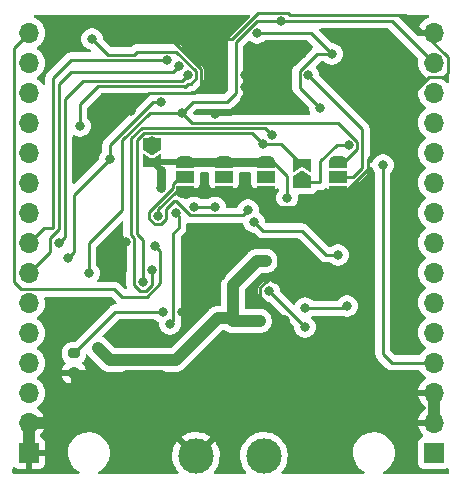
<source format=gbr>
%TF.GenerationSoftware,KiCad,Pcbnew,6.0.6*%
%TF.CreationDate,2022-11-11T11:54:06+01:00*%
%TF.ProjectId,KnxBoard,4b6e7842-6f61-4726-942e-6b696361645f,rev?*%
%TF.SameCoordinates,Original*%
%TF.FileFunction,Copper,L2,Bot*%
%TF.FilePolarity,Positive*%
%FSLAX46Y46*%
G04 Gerber Fmt 4.6, Leading zero omitted, Abs format (unit mm)*
G04 Created by KiCad (PCBNEW 6.0.6) date 2022-11-11 11:54:06*
%MOMM*%
%LPD*%
G01*
G04 APERTURE LIST*
G04 Aperture macros list*
%AMRoundRect*
0 Rectangle with rounded corners*
0 $1 Rounding radius*
0 $2 $3 $4 $5 $6 $7 $8 $9 X,Y pos of 4 corners*
0 Add a 4 corners polygon primitive as box body*
4,1,4,$2,$3,$4,$5,$6,$7,$8,$9,$2,$3,0*
0 Add four circle primitives for the rounded corners*
1,1,$1+$1,$2,$3*
1,1,$1+$1,$4,$5*
1,1,$1+$1,$6,$7*
1,1,$1+$1,$8,$9*
0 Add four rect primitives between the rounded corners*
20,1,$1+$1,$2,$3,$4,$5,0*
20,1,$1+$1,$4,$5,$6,$7,0*
20,1,$1+$1,$6,$7,$8,$9,0*
20,1,$1+$1,$8,$9,$2,$3,0*%
%AMFreePoly0*
4,1,22,0.550000,-0.750000,0.000000,-0.750000,0.000000,-0.745033,-0.079941,-0.743568,-0.215256,-0.701293,-0.333266,-0.622738,-0.424486,-0.514219,-0.481581,-0.384460,-0.499164,-0.250000,-0.500000,-0.250000,-0.500000,0.250000,-0.499164,0.250000,-0.499963,0.256109,-0.478152,0.396186,-0.417904,0.524511,-0.324060,0.630769,-0.204165,0.706417,-0.067858,0.745374,0.000000,0.744959,0.000000,0.750000,
0.550000,0.750000,0.550000,-0.750000,0.550000,-0.750000,$1*%
%AMFreePoly1*
4,1,20,0.000000,0.744959,0.073905,0.744508,0.209726,0.703889,0.328688,0.626782,0.421226,0.519385,0.479903,0.390333,0.500000,0.250000,0.500000,-0.250000,0.499851,-0.262216,0.476331,-0.402017,0.414519,-0.529596,0.319384,-0.634700,0.198574,-0.708877,0.061801,-0.746166,0.000000,-0.745033,0.000000,-0.750000,-0.550000,-0.750000,-0.550000,0.750000,0.000000,0.750000,0.000000,0.744959,
0.000000,0.744959,$1*%
%AMFreePoly2*
4,1,6,1.000000,0.000000,0.500000,-0.750000,-0.500000,-0.750000,-0.500000,0.750000,0.500000,0.750000,1.000000,0.000000,1.000000,0.000000,$1*%
%AMFreePoly3*
4,1,6,0.500000,-0.750000,-0.650000,-0.750000,-0.150000,0.000000,-0.650000,0.750000,0.500000,0.750000,0.500000,-0.750000,0.500000,-0.750000,$1*%
G04 Aperture macros list end*
%TA.AperFunction,ComponentPad*%
%ADD10R,1.700000X1.700000*%
%TD*%
%TA.AperFunction,ComponentPad*%
%ADD11O,1.700000X1.700000*%
%TD*%
%TA.AperFunction,ComponentPad*%
%ADD12C,3.000000*%
%TD*%
%TA.AperFunction,SMDPad,CuDef*%
%ADD13RoundRect,0.200000X-0.275000X0.200000X-0.275000X-0.200000X0.275000X-0.200000X0.275000X0.200000X0*%
%TD*%
%TA.AperFunction,SMDPad,CuDef*%
%ADD14FreePoly0,90.000000*%
%TD*%
%TA.AperFunction,SMDPad,CuDef*%
%ADD15R,1.500000X1.000000*%
%TD*%
%TA.AperFunction,SMDPad,CuDef*%
%ADD16FreePoly1,90.000000*%
%TD*%
%TA.AperFunction,SMDPad,CuDef*%
%ADD17FreePoly2,270.000000*%
%TD*%
%TA.AperFunction,SMDPad,CuDef*%
%ADD18FreePoly3,270.000000*%
%TD*%
%TA.AperFunction,SMDPad,CuDef*%
%ADD19FreePoly2,90.000000*%
%TD*%
%TA.AperFunction,SMDPad,CuDef*%
%ADD20FreePoly3,90.000000*%
%TD*%
%TA.AperFunction,ViaPad*%
%ADD21C,0.800000*%
%TD*%
%TA.AperFunction,Conductor*%
%ADD22C,0.250000*%
%TD*%
%TA.AperFunction,Conductor*%
%ADD23C,0.750000*%
%TD*%
%TA.AperFunction,Conductor*%
%ADD24C,1.000000*%
%TD*%
%TA.AperFunction,Conductor*%
%ADD25C,0.500000*%
%TD*%
G04 APERTURE END LIST*
D10*
%TO.P,J1,1,Pin_1*%
%TO.N,+12V*%
X120650000Y-72390000D03*
D11*
%TO.P,J1,2,Pin_2*%
%TO.N,GNDREF*%
X120650000Y-69850000D03*
%TO.P,J1,3,Pin_3*%
X120650000Y-67310000D03*
%TO.P,J1,4,Pin_4*%
%TO.N,/MCU/NRST*%
X120650000Y-64770000D03*
%TO.P,J1,5,Pin_5*%
%TO.N,/MCU/DEBUG_JTMS-SWDIO*%
X120650000Y-62230000D03*
%TO.P,J1,6,Pin_6*%
%TO.N,/MCU/DEBUG_JTCK-SWCLK*%
X120650000Y-59690000D03*
%TO.P,J1,7,Pin_7*%
%TO.N,/MCU/PA15*%
X120650000Y-57150000D03*
%TO.P,J1,8,Pin_8*%
%TO.N,/MCU/PB3*%
X120650000Y-54610000D03*
%TO.P,J1,9,Pin_9*%
%TO.N,/MCU/PB4*%
X120650000Y-52070000D03*
%TO.P,J1,10,Pin_10*%
%TO.N,/MCU/PB5*%
X120650000Y-49530000D03*
%TO.P,J1,11,Pin_11*%
%TO.N,/MCU/PB6*%
X120650000Y-46990000D03*
%TO.P,J1,12,Pin_12*%
%TO.N,/MCU/PB7*%
X120650000Y-44450000D03*
%TO.P,J1,13,Pin_13*%
%TO.N,/MCU/PB8*%
X120650000Y-41910000D03*
%TO.P,J1,14,Pin_14*%
%TO.N,VDD*%
X120650000Y-39370000D03*
%TO.P,J1,15,Pin_15*%
%TO.N,GNDREF*%
X120650000Y-36830000D03*
%TD*%
D10*
%TO.P,J2,1,Pin_1*%
%TO.N,GNDREF*%
X86360000Y-72390000D03*
D11*
%TO.P,J2,2,Pin_2*%
X86360000Y-69850000D03*
%TO.P,J2,3,Pin_3*%
%TO.N,VDD*%
X86360000Y-67310000D03*
%TO.P,J2,4,Pin_4*%
%TO.N,Prog*%
X86360000Y-64770000D03*
%TO.P,J2,5,Pin_5*%
%TO.N,Led*%
X86360000Y-62230000D03*
%TO.P,J2,6,Pin_6*%
%TO.N,/MCU/PA7*%
X86360000Y-59690000D03*
%TO.P,J2,7,Pin_7*%
%TO.N,/MCU/PA6*%
X86360000Y-57150000D03*
%TO.P,J2,8,Pin_8*%
%TO.N,/MCU/PA5*%
X86360000Y-54610000D03*
%TO.P,J2,9,Pin_9*%
%TO.N,/MCU/PA4*%
X86360000Y-52070000D03*
%TO.P,J2,10,Pin_10*%
%TO.N,/MCU/DEBUG_UART_RX*%
X86360000Y-49530000D03*
%TO.P,J2,11,Pin_11*%
%TO.N,/MCU/DEBUG_UART_TX*%
X86360000Y-46990000D03*
%TO.P,J2,12,Pin_12*%
%TO.N,/MCU/PA1*%
X86360000Y-44450000D03*
%TO.P,J2,13,Pin_13*%
%TO.N,/MCU/PA0*%
X86360000Y-41910000D03*
%TO.P,J2,14,Pin_14*%
%TO.N,/MCU/PF1*%
X86360000Y-39370000D03*
%TO.P,J2,15,Pin_15*%
%TO.N,CLK16*%
X86360000Y-36830000D03*
%TD*%
D12*
%TO.P,J4,1,Pin_1*%
%TO.N,GNDREF*%
X100503000Y-72634000D03*
%TO.P,J4,2,Pin_2*%
%TO.N,/KNXIFACE/KNX+*%
X106253000Y-72634000D03*
%TD*%
D13*
%TO.P,R3,1*%
%TO.N,Net-(IC1-Pad38)*%
X90170000Y-63945000D03*
%TO.P,R3,2*%
%TO.N,GNDREF*%
X90170000Y-65595000D03*
%TD*%
D14*
%TO.P,JP4,1,A*%
%TO.N,GNDREF*%
X112522000Y-50322000D03*
D15*
%TO.P,JP4,2,C*%
%TO.N,/MCU/PB8*%
X112522000Y-49022000D03*
D16*
%TO.P,JP4,3,B*%
%TO.N,VDD*%
X112522000Y-47722000D03*
%TD*%
D17*
%TO.P,JP7,1,A*%
%TO.N,VDD*%
X96774000Y-46265000D03*
D18*
%TO.P,JP7,2,B*%
%TO.N,+3V3*%
X96774000Y-47715000D03*
%TD*%
D14*
%TO.P,JP2,1,A*%
%TO.N,GNDREF*%
X102870000Y-50322000D03*
D15*
%TO.P,JP2,2,C*%
%TO.N,Net-(IC1-Pad29)*%
X102870000Y-49022000D03*
D16*
%TO.P,JP2,3,B*%
%TO.N,+3V3*%
X102870000Y-47722000D03*
%TD*%
D14*
%TO.P,JP1,1,A*%
%TO.N,GNDREF*%
X99568000Y-50322000D03*
D15*
%TO.P,JP1,2,C*%
%TO.N,Net-(IC1-Pad21)*%
X99568000Y-49022000D03*
D16*
%TO.P,JP1,3,B*%
%TO.N,+3V3*%
X99568000Y-47722000D03*
%TD*%
D14*
%TO.P,JP3,1,A*%
%TO.N,GNDREF*%
X106426000Y-50322000D03*
D15*
%TO.P,JP3,2,C*%
%TO.N,Net-(IC1-Pad26)*%
X106426000Y-49022000D03*
D16*
%TO.P,JP3,3,B*%
%TO.N,+3V3*%
X106426000Y-47722000D03*
%TD*%
D19*
%TO.P,JP6,1,A*%
%TO.N,/MCU/NRST*%
X109474000Y-49493000D03*
D20*
%TO.P,JP6,2,B*%
%TO.N,KNX_RESETB*%
X109474000Y-48043000D03*
%TD*%
D21*
%TO.N,GNDREF*%
X111427000Y-53694500D03*
%TO.N,Net-(IC1-Pad21)*%
X104902000Y-51816000D03*
%TO.N,Prog*%
X90678000Y-44704000D03*
X91694000Y-37338000D03*
%TO.N,+3V3*%
X98298000Y-61468000D03*
X98806000Y-52070000D03*
X97536000Y-49937500D03*
X108204000Y-50800000D03*
%TO.N,+12V*%
X109728000Y-61722000D03*
X106680000Y-58674000D03*
%TO.N,/MCU/NRST*%
X105664000Y-36830000D03*
X113437500Y-46328500D03*
X116332000Y-48006000D03*
X110998000Y-43180000D03*
X112014000Y-38608000D03*
%TO.N,VDD*%
X107696000Y-35814000D03*
X96774000Y-45974000D03*
X91440000Y-57150000D03*
X99314000Y-43587500D03*
%TO.N,CLK16*%
X97028000Y-54864000D03*
%TO.N,Led*%
X89662000Y-55880000D03*
X97536000Y-42672000D03*
X93218000Y-47498000D03*
%TO.N,GNDREF*%
X107950000Y-61214000D03*
X94996000Y-43434000D03*
X104648000Y-41402000D03*
X101854000Y-66548000D03*
X101600000Y-57404000D03*
X105664000Y-40386000D03*
X106680000Y-42418000D03*
X105664000Y-42418000D03*
X92202000Y-68326000D03*
X113284000Y-61976000D03*
X102616000Y-56388000D03*
X106680000Y-40386000D03*
X92981500Y-56878500D03*
X93726000Y-37338000D03*
X104648000Y-42418000D03*
X104648000Y-40386000D03*
X102616000Y-55372000D03*
X101600000Y-56385500D03*
X97282000Y-52324000D03*
X100584000Y-55372000D03*
X116840000Y-45720000D03*
X100584000Y-57404000D03*
X99314000Y-60452000D03*
X106680000Y-41402000D03*
X102616000Y-57404000D03*
X107188000Y-54610000D03*
X94581500Y-54523500D03*
X107188000Y-57658000D03*
X109474000Y-38608000D03*
X106172000Y-65024000D03*
X100584000Y-56388000D03*
X105664000Y-41402000D03*
X101600000Y-55372000D03*
X102108000Y-43688000D03*
%TO.N,/KNXIFACE/Vfilt*%
X106426000Y-56134000D03*
X103632000Y-60960000D03*
X92202000Y-63500000D03*
X105918000Y-61214000D03*
%TO.N,/MCU/PB8*%
X109982000Y-40386000D03*
%TO.N,/MCU/PA5*%
X98044000Y-39116000D03*
%TO.N,/MCU/PA6*%
X99060000Y-39624000D03*
%TO.N,/MCU/PA7*%
X99822000Y-40386000D03*
X88900000Y-54610000D03*
%TO.N,KNX_RESETB*%
X106172000Y-46228000D03*
X96012000Y-57912000D03*
%TO.N,KNX_SAVEB*%
X96774000Y-56896000D03*
X106934000Y-45466000D03*
%TO.N,Net-(IC1-Pad11)*%
X109728000Y-60135000D03*
X113284000Y-59944000D03*
%TO.N,Net-(IC1-Pad20)*%
X105410000Y-52832000D03*
X112522000Y-55626000D03*
%TO.N,Net-(IC1-Pad38)*%
X97692000Y-60452000D03*
%TO.N,Net-(IC1-Pad26)*%
X106426000Y-49022000D03*
%TO.N,Net-(IC1-Pad29)*%
X102616000Y-49022000D03*
%TO.N,/KNXIFACE/KNX_TXD*%
X100330000Y-51562000D03*
X102108000Y-51562000D03*
%TD*%
D22*
%TO.N,Net-(IC1-Pad21)*%
X104902000Y-51816000D02*
X104454200Y-52263800D01*
X104454200Y-52263800D02*
X100015800Y-52263800D01*
X97572696Y-53025800D02*
X96991304Y-53025800D01*
X100015800Y-52263800D02*
X98806000Y-51054000D01*
X97983800Y-51717786D02*
X97983800Y-52614696D01*
X98806000Y-51054000D02*
X98647586Y-51054000D01*
X98647586Y-51054000D02*
X97983800Y-51717786D01*
X97983800Y-52614696D02*
X97572696Y-53025800D01*
X96991304Y-53025800D02*
X96520000Y-52554496D01*
X96520000Y-52554496D02*
X96520000Y-51974414D01*
X96520000Y-51974414D02*
X98516200Y-49978214D01*
X98516200Y-49978214D02*
X98516200Y-49646990D01*
X98516200Y-49646990D02*
X99141190Y-49022000D01*
X99141190Y-49022000D02*
X99314000Y-49022000D01*
%TO.N,CLK16*%
X97475800Y-58044282D02*
X97475800Y-55311800D01*
X97475800Y-55311800D02*
X97028000Y-54864000D01*
D23*
%TO.N,GNDREF*%
X111028000Y-51816000D02*
X111028000Y-53295500D01*
X111028000Y-53295500D02*
X111427000Y-53694500D01*
D22*
%TO.N,Net-(IC1-Pad20)*%
X112522000Y-55626000D02*
X111506000Y-55626000D01*
X111506000Y-55626000D02*
X109474000Y-53594000D01*
X109474000Y-53594000D02*
X106172000Y-53594000D01*
X106172000Y-53594000D02*
X105410000Y-52832000D01*
%TO.N,GNDREF*%
X98776000Y-50322000D02*
X99568000Y-50322000D01*
X97323800Y-52111800D02*
X97323800Y-51774200D01*
X97323800Y-51774200D02*
X98776000Y-50322000D01*
D23*
X106426000Y-50322000D02*
X106426000Y-50800000D01*
X106426000Y-50800000D02*
X107442000Y-51816000D01*
X107442000Y-51816000D02*
X111028000Y-51816000D01*
X111028000Y-51816000D02*
X112522000Y-50322000D01*
D24*
X120650000Y-69850000D02*
X120650000Y-67310000D01*
X86360000Y-69850000D02*
X86360000Y-72390000D01*
D22*
X107442000Y-57658000D02*
X107442000Y-54864000D01*
X107442000Y-54864000D02*
X107188000Y-54610000D01*
X107188000Y-54610000D02*
X106934000Y-54864000D01*
X106934000Y-54864000D02*
X104902000Y-54864000D01*
X104902000Y-54864000D02*
X104394000Y-55372000D01*
X104394000Y-55372000D02*
X102616000Y-55372000D01*
D24*
X90170000Y-65595000D02*
X92202000Y-67627000D01*
X92202000Y-67627000D02*
X92202000Y-68326000D01*
%TO.N,/KNXIFACE/Vfilt*%
X103632000Y-60960000D02*
X102362000Y-60960000D01*
X102362000Y-60960000D02*
X98806000Y-64516000D01*
X98806000Y-64516000D02*
X93726000Y-64516000D01*
D22*
%TO.N,Net-(IC1-Pad38)*%
X97692000Y-60452000D02*
X93663000Y-60452000D01*
X93663000Y-60452000D02*
X90170000Y-63945000D01*
%TO.N,VDD*%
X99314000Y-43587500D02*
X96567518Y-43587500D01*
X96567518Y-43587500D02*
X94234000Y-45921018D01*
X94234000Y-45921018D02*
X94234000Y-51816000D01*
X94234000Y-51816000D02*
X91440000Y-54610000D01*
X91440000Y-54610000D02*
X91440000Y-57150000D01*
D24*
%TO.N,/KNXIFACE/Vfilt*%
X92202000Y-63500000D02*
X93218000Y-64516000D01*
X93218000Y-64516000D02*
X93726000Y-64516000D01*
D22*
%TO.N,Prog*%
X99822000Y-41148000D02*
X99568000Y-41402000D01*
X92202000Y-41320800D02*
X90678000Y-42844800D01*
X91694000Y-37338000D02*
X93045200Y-38689200D01*
X100523800Y-40095304D02*
X100523800Y-40676696D01*
X99568000Y-41402000D02*
X99486800Y-41320800D01*
X98842696Y-38414200D02*
X100523800Y-40095304D01*
X100523800Y-40676696D02*
X100052496Y-41148000D01*
X100052496Y-41148000D02*
X99822000Y-41148000D01*
X95250000Y-38689200D02*
X95525000Y-38414200D01*
X99486800Y-41320800D02*
X92202000Y-41320800D01*
X93045200Y-38689200D02*
X95250000Y-38689200D01*
X90678000Y-42844800D02*
X90678000Y-44704000D01*
X95525000Y-38414200D02*
X98842696Y-38414200D01*
%TO.N,+3V3*%
X98596317Y-53806200D02*
X98596317Y-61169683D01*
X98596317Y-61169683D02*
X98298000Y-61468000D01*
D25*
X99568000Y-47722000D02*
X96781000Y-47722000D01*
D23*
X97536000Y-49937500D02*
X97536000Y-48477000D01*
D22*
X98806000Y-52070000D02*
X99060000Y-52324000D01*
X99060000Y-53342517D02*
X98596317Y-53806200D01*
D25*
X97536000Y-48477000D02*
X96774000Y-47715000D01*
D22*
X106979600Y-47722000D02*
X108204000Y-48946400D01*
X108204000Y-48946400D02*
X108204000Y-50800000D01*
D23*
X99568000Y-47722000D02*
X102870000Y-47722000D01*
D22*
X99060000Y-52324000D02*
X99060000Y-53342517D01*
X96781000Y-47722000D02*
X96774000Y-47715000D01*
D23*
X102870000Y-47722000D02*
X106426000Y-47722000D01*
D22*
X106426000Y-47722000D02*
X106979600Y-47722000D01*
%TO.N,+12V*%
X106680000Y-58674000D02*
X109728000Y-61722000D01*
%TO.N,/MCU/NRST*%
X111035000Y-47715000D02*
X112421500Y-46328500D01*
X117094000Y-64770000D02*
X116332000Y-64008000D01*
X109280200Y-40095304D02*
X110767504Y-38608000D01*
X120650000Y-64770000D02*
X117094000Y-64770000D01*
X116332000Y-64008000D02*
X116332000Y-48006000D01*
X110998000Y-43180000D02*
X109280200Y-41462200D01*
X111035000Y-49493000D02*
X111035000Y-47715000D01*
X109280200Y-41462200D02*
X109280200Y-40095304D01*
X110767504Y-38608000D02*
X112014000Y-38608000D01*
X105664000Y-36830000D02*
X110236000Y-36830000D01*
X112421500Y-46328500D02*
X113437500Y-46328500D01*
X110236000Y-36830000D02*
X112014000Y-38608000D01*
X109474000Y-49493000D02*
X111035000Y-49493000D01*
%TO.N,VDD*%
X113036496Y-47722000D02*
X114139300Y-46619196D01*
X114139300Y-46037804D02*
X112520096Y-44418600D01*
X112522000Y-47722000D02*
X113036496Y-47722000D01*
X112520096Y-44418600D02*
X100145100Y-44418600D01*
X105687504Y-35814000D02*
X103886000Y-37615504D01*
X114139300Y-46619196D02*
X114139300Y-46037804D01*
X103886000Y-37615504D02*
X103886000Y-41910000D01*
X117094000Y-35814000D02*
X120650000Y-39370000D01*
X100145100Y-44418600D02*
X99314000Y-43587500D01*
X107696000Y-35814000D02*
X117094000Y-35814000D01*
X103886000Y-41910000D02*
X103124000Y-42672000D01*
X107696000Y-35814000D02*
X105687504Y-35814000D01*
X103124000Y-42672000D02*
X100229500Y-42672000D01*
X100229500Y-42672000D02*
X99314000Y-43587500D01*
%TO.N,CLK16*%
X93590200Y-58538200D02*
X85716200Y-58538200D01*
X85090000Y-38100000D02*
X86360000Y-36830000D01*
X96338082Y-59182000D02*
X94234000Y-59182000D01*
X85716200Y-58538200D02*
X85090000Y-57912000D01*
X85090000Y-57912000D02*
X85090000Y-38100000D01*
X97475800Y-58044282D02*
X96338082Y-59182000D01*
X94234000Y-59182000D02*
X93590200Y-58538200D01*
%TO.N,Led*%
X93218000Y-47498000D02*
X90170000Y-50546000D01*
X90170000Y-50546000D02*
X90170000Y-55372000D01*
X93218000Y-46333432D02*
X96879432Y-42672000D01*
X96879432Y-42672000D02*
X97536000Y-42672000D01*
X93218000Y-47498000D02*
X93218000Y-46333432D01*
X90170000Y-55372000D02*
X89662000Y-55880000D01*
%TO.N,GNDREF*%
X99314000Y-58674000D02*
X99314000Y-60452000D01*
X112522000Y-50322000D02*
X113095586Y-50322000D01*
X109474000Y-38608000D02*
X107696000Y-40386000D01*
X108458000Y-35306000D02*
X108264200Y-35112200D01*
D24*
X101854000Y-66548000D02*
X98235000Y-66548000D01*
D22*
X116840000Y-45720000D02*
X116840000Y-43942000D01*
D24*
X94679000Y-65849000D02*
X92202000Y-68326000D01*
D22*
X105785718Y-35112200D02*
X103559918Y-37338000D01*
D24*
X97536000Y-65849000D02*
X94679000Y-65849000D01*
D22*
X100584000Y-57404000D02*
X102616000Y-57404000D01*
X115062000Y-48355586D02*
X115062000Y-47498000D01*
X106426000Y-57912000D02*
X106680000Y-57658000D01*
D24*
X107950000Y-61214000D02*
X107950000Y-63246000D01*
D22*
X115062000Y-47498000D02*
X116840000Y-45720000D01*
X101600000Y-56385500D02*
X102613500Y-56385500D01*
X121801800Y-40250200D02*
X121801800Y-38892908D01*
X105664000Y-41402000D02*
X106680000Y-41402000D01*
D23*
X102870000Y-50260000D02*
X106426000Y-50260000D01*
D22*
X104648000Y-42418000D02*
X104648000Y-40386000D01*
X101600000Y-55372000D02*
X101600000Y-56385500D01*
D24*
X86360000Y-69850000D02*
X90678000Y-69850000D01*
D22*
X101600000Y-56385500D02*
X100586500Y-56385500D01*
X120260200Y-40521800D02*
X121530200Y-40521800D01*
X106680000Y-57658000D02*
X107188000Y-57658000D01*
X103559918Y-37338000D02*
X98370082Y-37338000D01*
X106680000Y-42418000D02*
X106680000Y-40386000D01*
X102616000Y-57404000D02*
X102616000Y-55372000D01*
X105664000Y-41402000D02*
X104648000Y-41402000D01*
D24*
X98235000Y-66548000D02*
X97536000Y-65849000D01*
D22*
X105664000Y-41402000D02*
X105664000Y-40386000D01*
X100950600Y-41289400D02*
X100330000Y-41910000D01*
X104648000Y-42418000D02*
X106680000Y-42418000D01*
X100586500Y-56385500D02*
X100584000Y-56388000D01*
D24*
X101854000Y-66548000D02*
X104648000Y-66548000D01*
X90678000Y-69850000D02*
X92202000Y-68326000D01*
D22*
X118214892Y-35306000D02*
X108458000Y-35306000D01*
X92981500Y-56878500D02*
X92981500Y-56123500D01*
D24*
X112014000Y-63246000D02*
X113284000Y-61976000D01*
D22*
X102613500Y-56385500D02*
X102616000Y-56388000D01*
X105959800Y-58375683D02*
X106423483Y-57912000D01*
X121801800Y-38892908D02*
X118214892Y-35306000D01*
X100584000Y-57404000D02*
X99314000Y-58674000D01*
X102108000Y-43688000D02*
X103378000Y-43688000D01*
X106423483Y-57912000D02*
X106426000Y-57912000D01*
D24*
X104648000Y-66548000D02*
X106172000Y-65024000D01*
D22*
X105664000Y-41402000D02*
X105664000Y-42418000D01*
D23*
X99568000Y-50260000D02*
X102870000Y-50260000D01*
D22*
X116840000Y-43942000D02*
X120260200Y-40521800D01*
X102616000Y-55372000D02*
X100584000Y-55372000D01*
X100950600Y-39918518D02*
X100950600Y-41289400D01*
X100330000Y-41910000D02*
X96520000Y-41910000D01*
X101600000Y-56385500D02*
X101600000Y-57404000D01*
D24*
X107950000Y-63246000D02*
X112014000Y-63246000D01*
D22*
X106680000Y-40386000D02*
X104648000Y-40386000D01*
X93726000Y-37338000D02*
X98370082Y-37338000D01*
X100584000Y-55372000D02*
X100584000Y-57404000D01*
X96520000Y-41910000D02*
X94996000Y-43434000D01*
X107696000Y-40386000D02*
X106680000Y-40386000D01*
X107950000Y-61214000D02*
X105959800Y-59223800D01*
X98370082Y-37338000D02*
X100950600Y-39918518D01*
X103378000Y-43688000D02*
X104648000Y-42418000D01*
X105959800Y-59223800D02*
X105959800Y-58375683D01*
D24*
X107950000Y-63246000D02*
X106172000Y-65024000D01*
D22*
X121530200Y-40521800D02*
X121801800Y-40250200D01*
X108264200Y-35112200D02*
X105785718Y-35112200D01*
X92981500Y-56123500D02*
X94581500Y-54523500D01*
X113095586Y-50322000D02*
X115062000Y-48355586D01*
D24*
%TO.N,/KNXIFACE/Vfilt*%
X105918000Y-61214000D02*
X103632000Y-61214000D01*
X103632000Y-58166000D02*
X103632000Y-60960000D01*
X105664000Y-56134000D02*
X103632000Y-58166000D01*
X105664000Y-56134000D02*
X106426000Y-56134000D01*
D22*
X103632000Y-61214000D02*
X103378000Y-60960000D01*
%TO.N,/MCU/PB8*%
X113792000Y-49022000D02*
X112522000Y-49022000D01*
X109982000Y-40386000D02*
X114566100Y-44970100D01*
X114566100Y-48247900D02*
X113792000Y-49022000D01*
X114566100Y-44970100D02*
X114566100Y-48247900D01*
%TO.N,/MCU/PA5*%
X89916000Y-39116000D02*
X88392000Y-40640000D01*
X88392000Y-40640000D02*
X88392000Y-53340000D01*
X98044000Y-39116000D02*
X89916000Y-39116000D01*
X87630000Y-53340000D02*
X86360000Y-54610000D01*
X88392000Y-53340000D02*
X87630000Y-53340000D01*
%TO.N,/MCU/PA6*%
X98552000Y-40132000D02*
X89916000Y-40132000D01*
X99060000Y-39624000D02*
X98552000Y-40132000D01*
X88138000Y-54197586D02*
X88138000Y-55372000D01*
X88900000Y-41148000D02*
X88900000Y-53435586D01*
X89916000Y-40132000D02*
X88900000Y-41148000D01*
X88900000Y-53435586D02*
X88138000Y-54197586D01*
X88138000Y-55372000D02*
X86360000Y-57150000D01*
%TO.N,/MCU/PA7*%
X89408000Y-54102000D02*
X88900000Y-54610000D01*
X99822000Y-40386000D02*
X99314000Y-40894000D01*
X90932000Y-40894000D02*
X89408000Y-42418000D01*
X99314000Y-40894000D02*
X90932000Y-40894000D01*
X89408000Y-42418000D02*
X89408000Y-54102000D01*
%TO.N,KNX_RESETB*%
X109474000Y-48043000D02*
X109474000Y-48006000D01*
X95504000Y-53848000D02*
X96012000Y-54356000D01*
X109474000Y-48006000D02*
X107696000Y-46228000D01*
X105216200Y-45272200D02*
X96089990Y-45272200D01*
X95504000Y-45858190D02*
X95504000Y-53848000D01*
X96012000Y-54356000D02*
X96012000Y-57912000D01*
X107696000Y-46228000D02*
X106172000Y-46228000D01*
X96089990Y-45272200D02*
X95504000Y-45858190D01*
X106172000Y-46228000D02*
X105216200Y-45272200D01*
%TO.N,KNX_SAVEB*%
X96242496Y-58674000D02*
X95758000Y-58674000D01*
X95250000Y-57150000D02*
X95283300Y-57116700D01*
X95283300Y-54230886D02*
X94996000Y-53943586D01*
X94996000Y-53943586D02*
X94996000Y-45762604D01*
X96774000Y-58142496D02*
X96242496Y-58674000D01*
X94996000Y-45762604D02*
X95913204Y-44845400D01*
X95250000Y-58166000D02*
X95250000Y-57150000D01*
X95913204Y-44845400D02*
X106313400Y-44845400D01*
X95758000Y-58674000D02*
X95250000Y-58166000D01*
X95283300Y-57116700D02*
X95283300Y-54230886D01*
X106313400Y-44845400D02*
X106934000Y-45466000D01*
X96774000Y-56896000D02*
X96774000Y-58142496D01*
%TO.N,Net-(IC1-Pad11)*%
X113093000Y-60135000D02*
X113284000Y-59944000D01*
X109728000Y-60135000D02*
X113093000Y-60135000D01*
%TO.N,/KNXIFACE/KNX_TXD*%
X100330000Y-51562000D02*
X102108000Y-51562000D01*
%TD*%
%TA.AperFunction,Conductor*%
%TO.N,GNDREF*%
G36*
X115414847Y-48175399D02*
G01*
X115449220Y-48229050D01*
X115461862Y-48267957D01*
X115497473Y-48377556D01*
X115592960Y-48542944D01*
X115666137Y-48624215D01*
X115696853Y-48688221D01*
X115698500Y-48708524D01*
X115698500Y-63929233D01*
X115697973Y-63940416D01*
X115696298Y-63947909D01*
X115696547Y-63955835D01*
X115696547Y-63955836D01*
X115698438Y-64015986D01*
X115698500Y-64019945D01*
X115698500Y-64047856D01*
X115698997Y-64051790D01*
X115698997Y-64051791D01*
X115699005Y-64051856D01*
X115699938Y-64063693D01*
X115701327Y-64107889D01*
X115706736Y-64126507D01*
X115706978Y-64127339D01*
X115710987Y-64146700D01*
X115713526Y-64166797D01*
X115716445Y-64174168D01*
X115716445Y-64174170D01*
X115729804Y-64207912D01*
X115733649Y-64219142D01*
X115745982Y-64261593D01*
X115750015Y-64268412D01*
X115750017Y-64268417D01*
X115756293Y-64279028D01*
X115764988Y-64296776D01*
X115772448Y-64315617D01*
X115777110Y-64322033D01*
X115777110Y-64322034D01*
X115798436Y-64351387D01*
X115804952Y-64361307D01*
X115827458Y-64399362D01*
X115841779Y-64413683D01*
X115854619Y-64428716D01*
X115866528Y-64445107D01*
X115898413Y-64471484D01*
X115900593Y-64473288D01*
X115909374Y-64481278D01*
X116590353Y-65162258D01*
X116597887Y-65170537D01*
X116602000Y-65177018D01*
X116616845Y-65190958D01*
X116651651Y-65223643D01*
X116654493Y-65226398D01*
X116674230Y-65246135D01*
X116677427Y-65248615D01*
X116686447Y-65256318D01*
X116718679Y-65286586D01*
X116725625Y-65290405D01*
X116725628Y-65290407D01*
X116736434Y-65296348D01*
X116752953Y-65307199D01*
X116768959Y-65319614D01*
X116776228Y-65322759D01*
X116776232Y-65322762D01*
X116809537Y-65337174D01*
X116820187Y-65342391D01*
X116858940Y-65363695D01*
X116866615Y-65365666D01*
X116866616Y-65365666D01*
X116878562Y-65368733D01*
X116897267Y-65375137D01*
X116915855Y-65383181D01*
X116923678Y-65384420D01*
X116923688Y-65384423D01*
X116959524Y-65390099D01*
X116971144Y-65392505D01*
X117006289Y-65401528D01*
X117013970Y-65403500D01*
X117034224Y-65403500D01*
X117053934Y-65405051D01*
X117073943Y-65408220D01*
X117081835Y-65407474D01*
X117117961Y-65404059D01*
X117129819Y-65403500D01*
X119374274Y-65403500D01*
X119442395Y-65423502D01*
X119481707Y-65463665D01*
X119549987Y-65575088D01*
X119696250Y-65743938D01*
X119868126Y-65886632D01*
X119922330Y-65918306D01*
X119941955Y-65929774D01*
X119990679Y-65981412D01*
X120003750Y-66051195D01*
X119977019Y-66116967D01*
X119936562Y-66150327D01*
X119928457Y-66154546D01*
X119919738Y-66160036D01*
X119749433Y-66287905D01*
X119741726Y-66294748D01*
X119594590Y-66448717D01*
X119588104Y-66456727D01*
X119468098Y-66632649D01*
X119463000Y-66641623D01*
X119373338Y-66834783D01*
X119369775Y-66844470D01*
X119314389Y-67044183D01*
X119315912Y-67052607D01*
X119328292Y-67056000D01*
X120778000Y-67056000D01*
X120846121Y-67076002D01*
X120892614Y-67129658D01*
X120904000Y-67182000D01*
X120904000Y-69978000D01*
X120883998Y-70046121D01*
X120830342Y-70092614D01*
X120778000Y-70104000D01*
X119333225Y-70104000D01*
X119319694Y-70107973D01*
X119318257Y-70117966D01*
X119348565Y-70252446D01*
X119351645Y-70262275D01*
X119431770Y-70459603D01*
X119436413Y-70468794D01*
X119547694Y-70650388D01*
X119553777Y-70658699D01*
X119693213Y-70819667D01*
X119700577Y-70826879D01*
X119705522Y-70830985D01*
X119745156Y-70889889D01*
X119746653Y-70960870D01*
X119709537Y-71021392D01*
X119669264Y-71045910D01*
X119561705Y-71086232D01*
X119561704Y-71086233D01*
X119553295Y-71089385D01*
X119436739Y-71176739D01*
X119349385Y-71293295D01*
X119298255Y-71429684D01*
X119291500Y-71491866D01*
X119291500Y-73288134D01*
X119298255Y-73350316D01*
X119349385Y-73486705D01*
X119436739Y-73603261D01*
X119553295Y-73690615D01*
X119689684Y-73741745D01*
X119751866Y-73748500D01*
X121548134Y-73748500D01*
X121610316Y-73741745D01*
X121746705Y-73690615D01*
X121747764Y-73693440D01*
X121802360Y-73681505D01*
X121868906Y-73706248D01*
X121911511Y-73763040D01*
X121919500Y-73807193D01*
X121919500Y-74041500D01*
X121899498Y-74109621D01*
X121845842Y-74156114D01*
X121793500Y-74167500D01*
X116482605Y-74167500D01*
X116414484Y-74147498D01*
X116367991Y-74093842D01*
X116357887Y-74023568D01*
X116387381Y-73958988D01*
X116416302Y-73934355D01*
X116495294Y-73885474D01*
X116606519Y-73816646D01*
X116610082Y-73813629D01*
X116610087Y-73813626D01*
X116802439Y-73650787D01*
X116802440Y-73650786D01*
X116806005Y-73647768D01*
X116851333Y-73596081D01*
X116975257Y-73454774D01*
X116975261Y-73454769D01*
X116978339Y-73451259D01*
X117119733Y-73231437D01*
X117227083Y-72993129D01*
X117298030Y-72741572D01*
X117310230Y-72645671D01*
X117330616Y-72485421D01*
X117330616Y-72485417D01*
X117331014Y-72482291D01*
X117333431Y-72390000D01*
X117324473Y-72269461D01*
X117314407Y-72134000D01*
X117314406Y-72133996D01*
X117314061Y-72129348D01*
X117311468Y-72117885D01*
X117257408Y-71878980D01*
X117256377Y-71874423D01*
X117234978Y-71819395D01*
X117163340Y-71635176D01*
X117163339Y-71635173D01*
X117161647Y-71630823D01*
X117130840Y-71576921D01*
X117084207Y-71495331D01*
X117031951Y-71403902D01*
X116870138Y-71198643D01*
X116679763Y-71019557D01*
X116527437Y-70913884D01*
X116468851Y-70873241D01*
X116468848Y-70873239D01*
X116465009Y-70870576D01*
X116427635Y-70852145D01*
X116234781Y-70757040D01*
X116234778Y-70757039D01*
X116230593Y-70754975D01*
X116184449Y-70740204D01*
X115986123Y-70676720D01*
X115981665Y-70675293D01*
X115723693Y-70633279D01*
X115609942Y-70631790D01*
X115467022Y-70629919D01*
X115467019Y-70629919D01*
X115462345Y-70629858D01*
X115203362Y-70665104D01*
X115198876Y-70666412D01*
X115198874Y-70666412D01*
X115170988Y-70674540D01*
X114952433Y-70738243D01*
X114948180Y-70740203D01*
X114948179Y-70740204D01*
X114911659Y-70757040D01*
X114715072Y-70847668D01*
X114676067Y-70873241D01*
X114500404Y-70988410D01*
X114500399Y-70988414D01*
X114496491Y-70990976D01*
X114301494Y-71165018D01*
X114134363Y-71365970D01*
X114131934Y-71369973D01*
X114008652Y-71573136D01*
X113998771Y-71589419D01*
X113897697Y-71830455D01*
X113833359Y-72083783D01*
X113832891Y-72088434D01*
X113832890Y-72088438D01*
X113828552Y-72131525D01*
X113807173Y-72343839D01*
X113807397Y-72348505D01*
X113807397Y-72348510D01*
X113808192Y-72365055D01*
X113808893Y-72379647D01*
X113819713Y-72604908D01*
X113870704Y-72861256D01*
X113959026Y-73107252D01*
X113961242Y-73111376D01*
X114054357Y-73284672D01*
X114082737Y-73337491D01*
X114085532Y-73341234D01*
X114085534Y-73341237D01*
X114236330Y-73543177D01*
X114236335Y-73543183D01*
X114239122Y-73546915D01*
X114242431Y-73550195D01*
X114242436Y-73550201D01*
X114421426Y-73727635D01*
X114424743Y-73730923D01*
X114428505Y-73733681D01*
X114428508Y-73733684D01*
X114628935Y-73880643D01*
X114635524Y-73885474D01*
X114639667Y-73887654D01*
X114639669Y-73887655D01*
X114720139Y-73929992D01*
X114771112Y-73979411D01*
X114787275Y-74048543D01*
X114763496Y-74115439D01*
X114707326Y-74158860D01*
X114661472Y-74167500D01*
X107861399Y-74167500D01*
X107793278Y-74147498D01*
X107746785Y-74093842D01*
X107736681Y-74023568D01*
X107770916Y-73953814D01*
X107787686Y-73936509D01*
X107790669Y-73933431D01*
X107793202Y-73929983D01*
X107793206Y-73929978D01*
X107941841Y-73727635D01*
X107952795Y-73712723D01*
X107980293Y-73662079D01*
X108081418Y-73475830D01*
X108081419Y-73475828D01*
X108083468Y-73472054D01*
X108151699Y-73291486D01*
X108178751Y-73219895D01*
X108178752Y-73219891D01*
X108180269Y-73215877D01*
X108234148Y-72980627D01*
X108240449Y-72953117D01*
X108240450Y-72953113D01*
X108241407Y-72948933D01*
X108242371Y-72938141D01*
X108265531Y-72678627D01*
X108265532Y-72678616D01*
X108265751Y-72676161D01*
X108266193Y-72634000D01*
X108249775Y-72393160D01*
X108247859Y-72365055D01*
X108247858Y-72365049D01*
X108247567Y-72360778D01*
X108245027Y-72348510D01*
X108219598Y-72225722D01*
X108192032Y-72092612D01*
X108100617Y-71834465D01*
X108013561Y-71665798D01*
X107976978Y-71594919D01*
X107976978Y-71594918D01*
X107975013Y-71591112D01*
X107965040Y-71576921D01*
X107820008Y-71370562D01*
X107817545Y-71367057D01*
X107658072Y-71195443D01*
X107634046Y-71169588D01*
X107634043Y-71169585D01*
X107631125Y-71166445D01*
X107627810Y-71163731D01*
X107627806Y-71163728D01*
X107430840Y-71002513D01*
X107419205Y-70992990D01*
X107185704Y-70849901D01*
X107181768Y-70848173D01*
X106938873Y-70741549D01*
X106938869Y-70741548D01*
X106934945Y-70739825D01*
X106671566Y-70664800D01*
X106667324Y-70664196D01*
X106667318Y-70664195D01*
X106455374Y-70634031D01*
X106400443Y-70626213D01*
X106256589Y-70625460D01*
X106130877Y-70624802D01*
X106130871Y-70624802D01*
X106126591Y-70624780D01*
X106122347Y-70625339D01*
X106122343Y-70625339D01*
X106003302Y-70641011D01*
X105855078Y-70660525D01*
X105850938Y-70661658D01*
X105850936Y-70661658D01*
X105801095Y-70675293D01*
X105590928Y-70732788D01*
X105570388Y-70741549D01*
X105342982Y-70838546D01*
X105342978Y-70838548D01*
X105339030Y-70840232D01*
X105294967Y-70866603D01*
X105107725Y-70978664D01*
X105107721Y-70978667D01*
X105104043Y-70980868D01*
X104890318Y-71152094D01*
X104701808Y-71350742D01*
X104542002Y-71573136D01*
X104413857Y-71815161D01*
X104412385Y-71819184D01*
X104412383Y-71819188D01*
X104406604Y-71834980D01*
X104319743Y-72072337D01*
X104261404Y-72339907D01*
X104239917Y-72612918D01*
X104255682Y-72886320D01*
X104256507Y-72890525D01*
X104256508Y-72890533D01*
X104286917Y-73045526D01*
X104308405Y-73155053D01*
X104309792Y-73159103D01*
X104309793Y-73159108D01*
X104377792Y-73357715D01*
X104397112Y-73414144D01*
X104433606Y-73486705D01*
X104463889Y-73546915D01*
X104520160Y-73658799D01*
X104522586Y-73662328D01*
X104522589Y-73662334D01*
X104581810Y-73748500D01*
X104675274Y-73884490D01*
X104738689Y-73954182D01*
X104740980Y-73956700D01*
X104772032Y-74020546D01*
X104763637Y-74091045D01*
X104718461Y-74145813D01*
X104647787Y-74167500D01*
X102110704Y-74167500D01*
X102042583Y-74147498D01*
X101996090Y-74093842D01*
X101985986Y-74023568D01*
X102020219Y-73953816D01*
X102037303Y-73936187D01*
X102042823Y-73929655D01*
X102199834Y-73715909D01*
X102204418Y-73708686D01*
X102330962Y-73475621D01*
X102334530Y-73467827D01*
X102428271Y-73219750D01*
X102430748Y-73211544D01*
X102489954Y-72953038D01*
X102491294Y-72944577D01*
X102515031Y-72678616D01*
X102515277Y-72673677D01*
X102515666Y-72636485D01*
X102515523Y-72631519D01*
X102497362Y-72365123D01*
X102496201Y-72356649D01*
X102442419Y-72096944D01*
X102440120Y-72088709D01*
X102351588Y-71838705D01*
X102348191Y-71830854D01*
X102226550Y-71595178D01*
X102222122Y-71587866D01*
X102103031Y-71418417D01*
X102092509Y-71410037D01*
X102079121Y-71417089D01*
X100592095Y-72904115D01*
X100529783Y-72938141D01*
X100458968Y-72933076D01*
X100413905Y-72904115D01*
X98926814Y-71417024D01*
X98914804Y-71410466D01*
X98903064Y-71419434D01*
X98794935Y-71569911D01*
X98790418Y-71577196D01*
X98666325Y-71811567D01*
X98662839Y-71819395D01*
X98571700Y-72068446D01*
X98569311Y-72076670D01*
X98512812Y-72335795D01*
X98511563Y-72344250D01*
X98490754Y-72608653D01*
X98490665Y-72617204D01*
X98505932Y-72881969D01*
X98507005Y-72890470D01*
X98558065Y-73150722D01*
X98560276Y-73158974D01*
X98646184Y-73409894D01*
X98649499Y-73417779D01*
X98768664Y-73654713D01*
X98773020Y-73662079D01*
X98923236Y-73880643D01*
X98928547Y-73887344D01*
X98991656Y-73956700D01*
X99022707Y-74020546D01*
X99014312Y-74091045D01*
X98969136Y-74145813D01*
X98898462Y-74167500D01*
X92352605Y-74167500D01*
X92284484Y-74147498D01*
X92237991Y-74093842D01*
X92227887Y-74023568D01*
X92257381Y-73958988D01*
X92286302Y-73934355D01*
X92365294Y-73885474D01*
X92476519Y-73816646D01*
X92480082Y-73813629D01*
X92480087Y-73813626D01*
X92672439Y-73650787D01*
X92672440Y-73650786D01*
X92676005Y-73647768D01*
X92721333Y-73596081D01*
X92845257Y-73454774D01*
X92845261Y-73454769D01*
X92848339Y-73451259D01*
X92989733Y-73231437D01*
X93097083Y-72993129D01*
X93168030Y-72741572D01*
X93180230Y-72645671D01*
X93200616Y-72485421D01*
X93200616Y-72485417D01*
X93201014Y-72482291D01*
X93203431Y-72390000D01*
X93194473Y-72269461D01*
X93184407Y-72134000D01*
X93184406Y-72133996D01*
X93184061Y-72129348D01*
X93181468Y-72117885D01*
X93127408Y-71878980D01*
X93126377Y-71874423D01*
X93104978Y-71819395D01*
X93033340Y-71635176D01*
X93033339Y-71635173D01*
X93031647Y-71630823D01*
X93000840Y-71576921D01*
X92954207Y-71495331D01*
X92901951Y-71403902D01*
X92740138Y-71198643D01*
X92578404Y-71046500D01*
X99279584Y-71046500D01*
X99285980Y-71057770D01*
X100490188Y-72261978D01*
X100504132Y-72269592D01*
X100505965Y-72269461D01*
X100512580Y-72265210D01*
X101719604Y-71058186D01*
X101726795Y-71045017D01*
X101719473Y-71034780D01*
X101672233Y-70996115D01*
X101665261Y-70991160D01*
X101439122Y-70852582D01*
X101431552Y-70848624D01*
X101188704Y-70742022D01*
X101180644Y-70739120D01*
X100925592Y-70666467D01*
X100917214Y-70664685D01*
X100654656Y-70627318D01*
X100646111Y-70626691D01*
X100380908Y-70625302D01*
X100372374Y-70625839D01*
X100109433Y-70660456D01*
X100101035Y-70662149D01*
X99845238Y-70732127D01*
X99837143Y-70734946D01*
X99593199Y-70838997D01*
X99585577Y-70842881D01*
X99358013Y-70979075D01*
X99350981Y-70983962D01*
X99288053Y-71034377D01*
X99279584Y-71046500D01*
X92578404Y-71046500D01*
X92549763Y-71019557D01*
X92397437Y-70913884D01*
X92338851Y-70873241D01*
X92338848Y-70873239D01*
X92335009Y-70870576D01*
X92297635Y-70852145D01*
X92104781Y-70757040D01*
X92104778Y-70757039D01*
X92100593Y-70754975D01*
X92054449Y-70740204D01*
X91856123Y-70676720D01*
X91851665Y-70675293D01*
X91593693Y-70633279D01*
X91479942Y-70631790D01*
X91337022Y-70629919D01*
X91337019Y-70629919D01*
X91332345Y-70629858D01*
X91073362Y-70665104D01*
X91068876Y-70666412D01*
X91068874Y-70666412D01*
X91040988Y-70674540D01*
X90822433Y-70738243D01*
X90818180Y-70740203D01*
X90818179Y-70740204D01*
X90781659Y-70757040D01*
X90585072Y-70847668D01*
X90546067Y-70873241D01*
X90370404Y-70988410D01*
X90370399Y-70988414D01*
X90366491Y-70990976D01*
X90171494Y-71165018D01*
X90004363Y-71365970D01*
X90001934Y-71369973D01*
X89878652Y-71573136D01*
X89868771Y-71589419D01*
X89767697Y-71830455D01*
X89703359Y-72083783D01*
X89702891Y-72088434D01*
X89702890Y-72088438D01*
X89698552Y-72131525D01*
X89677173Y-72343839D01*
X89677397Y-72348505D01*
X89677397Y-72348510D01*
X89678192Y-72365055D01*
X89678893Y-72379647D01*
X89689713Y-72604908D01*
X89740704Y-72861256D01*
X89829026Y-73107252D01*
X89831242Y-73111376D01*
X89924357Y-73284672D01*
X89952737Y-73337491D01*
X89955532Y-73341234D01*
X89955534Y-73341237D01*
X90106330Y-73543177D01*
X90106335Y-73543183D01*
X90109122Y-73546915D01*
X90112431Y-73550195D01*
X90112436Y-73550201D01*
X90291426Y-73727635D01*
X90294743Y-73730923D01*
X90298505Y-73733681D01*
X90298508Y-73733684D01*
X90498935Y-73880643D01*
X90505524Y-73885474D01*
X90509667Y-73887654D01*
X90509669Y-73887655D01*
X90590139Y-73929992D01*
X90641112Y-73979411D01*
X90657275Y-74048543D01*
X90633496Y-74115439D01*
X90577326Y-74158860D01*
X90531472Y-74167500D01*
X85089500Y-74167500D01*
X85021379Y-74147498D01*
X84974886Y-74093842D01*
X84963500Y-74041500D01*
X84963500Y-73717197D01*
X84983502Y-73649076D01*
X85037158Y-73602583D01*
X85107432Y-73592479D01*
X85165065Y-73616371D01*
X85256351Y-73684786D01*
X85271946Y-73693324D01*
X85392394Y-73738478D01*
X85407649Y-73742105D01*
X85458514Y-73747631D01*
X85465328Y-73748000D01*
X86087885Y-73748000D01*
X86103124Y-73743525D01*
X86104329Y-73742135D01*
X86106000Y-73734452D01*
X86106000Y-73729884D01*
X86614000Y-73729884D01*
X86618475Y-73745123D01*
X86619865Y-73746328D01*
X86627548Y-73747999D01*
X87254669Y-73747999D01*
X87261490Y-73747629D01*
X87312352Y-73742105D01*
X87327604Y-73738479D01*
X87448054Y-73693324D01*
X87463649Y-73684786D01*
X87565724Y-73608285D01*
X87578285Y-73595724D01*
X87654786Y-73493649D01*
X87663324Y-73478054D01*
X87708478Y-73357606D01*
X87712105Y-73342351D01*
X87717631Y-73291486D01*
X87718000Y-73284672D01*
X87718000Y-72662115D01*
X87713525Y-72646876D01*
X87712135Y-72645671D01*
X87704452Y-72644000D01*
X86632115Y-72644000D01*
X86616876Y-72648475D01*
X86615671Y-72649865D01*
X86614000Y-72657548D01*
X86614000Y-73729884D01*
X86106000Y-73729884D01*
X86106000Y-72117885D01*
X86614000Y-72117885D01*
X86618475Y-72133124D01*
X86619865Y-72134329D01*
X86627548Y-72136000D01*
X87699884Y-72136000D01*
X87715123Y-72131525D01*
X87716328Y-72130135D01*
X87717999Y-72122452D01*
X87717999Y-71495331D01*
X87717629Y-71488510D01*
X87712105Y-71437648D01*
X87708479Y-71422396D01*
X87663324Y-71301946D01*
X87654786Y-71286351D01*
X87578285Y-71184276D01*
X87565724Y-71171715D01*
X87463649Y-71095214D01*
X87448054Y-71086676D01*
X87337297Y-71045155D01*
X87280533Y-71002513D01*
X87255833Y-70935952D01*
X87271040Y-70866603D01*
X87292587Y-70837922D01*
X87394057Y-70736805D01*
X87400730Y-70728965D01*
X87525003Y-70556020D01*
X87530313Y-70547183D01*
X87624670Y-70356267D01*
X87628469Y-70346672D01*
X87690377Y-70142910D01*
X87692555Y-70132837D01*
X87693986Y-70121962D01*
X87691775Y-70107778D01*
X87678617Y-70104000D01*
X86632115Y-70104000D01*
X86616876Y-70108475D01*
X86615671Y-70109865D01*
X86614000Y-70117548D01*
X86614000Y-72117885D01*
X86106000Y-72117885D01*
X86106000Y-69722000D01*
X86126002Y-69653879D01*
X86179658Y-69607386D01*
X86232000Y-69596000D01*
X87678344Y-69596000D01*
X87691875Y-69592027D01*
X87693002Y-69584183D01*
X119314389Y-69584183D01*
X119315912Y-69592607D01*
X119328292Y-69596000D01*
X120377885Y-69596000D01*
X120393124Y-69591525D01*
X120394329Y-69590135D01*
X120396000Y-69582452D01*
X120396000Y-67582115D01*
X120391525Y-67566876D01*
X120390135Y-67565671D01*
X120382452Y-67564000D01*
X119333225Y-67564000D01*
X119319694Y-67567973D01*
X119318257Y-67577966D01*
X119348565Y-67712446D01*
X119351645Y-67722275D01*
X119431770Y-67919603D01*
X119436413Y-67928794D01*
X119547694Y-68110388D01*
X119553777Y-68118699D01*
X119693213Y-68279667D01*
X119700580Y-68286883D01*
X119864434Y-68422916D01*
X119872881Y-68428831D01*
X119942479Y-68469501D01*
X119991203Y-68521140D01*
X120004274Y-68590923D01*
X119977543Y-68656694D01*
X119937087Y-68690053D01*
X119928462Y-68694542D01*
X119919738Y-68700036D01*
X119749433Y-68827905D01*
X119741726Y-68834748D01*
X119594590Y-68988717D01*
X119588104Y-68996727D01*
X119468098Y-69172649D01*
X119463000Y-69181623D01*
X119373338Y-69374783D01*
X119369775Y-69384470D01*
X119314389Y-69584183D01*
X87693002Y-69584183D01*
X87693180Y-69582947D01*
X87651214Y-69415875D01*
X87647894Y-69406124D01*
X87562972Y-69210814D01*
X87558105Y-69201739D01*
X87442426Y-69022926D01*
X87436136Y-69014757D01*
X87292806Y-68857240D01*
X87285273Y-68850215D01*
X87118139Y-68718222D01*
X87109556Y-68712520D01*
X87072602Y-68692120D01*
X87022631Y-68641687D01*
X87007859Y-68572245D01*
X87032975Y-68505839D01*
X87060327Y-68479232D01*
X87083797Y-68462491D01*
X87239860Y-68351173D01*
X87398096Y-68193489D01*
X87528453Y-68012077D01*
X87557498Y-67953310D01*
X87625136Y-67816453D01*
X87625137Y-67816451D01*
X87627430Y-67811811D01*
X87692370Y-67598069D01*
X87721529Y-67376590D01*
X87723156Y-67310000D01*
X87704852Y-67087361D01*
X87650431Y-66870702D01*
X87561354Y-66665840D01*
X87456008Y-66503000D01*
X87442822Y-66482617D01*
X87442820Y-66482614D01*
X87440014Y-66478277D01*
X87289670Y-66313051D01*
X87285619Y-66309852D01*
X87285615Y-66309848D01*
X87118414Y-66177800D01*
X87118410Y-66177798D01*
X87114359Y-66174598D01*
X87073053Y-66151796D01*
X87023084Y-66101364D01*
X87008312Y-66031921D01*
X87033428Y-65965516D01*
X87060780Y-65938909D01*
X87104603Y-65907650D01*
X87172396Y-65859294D01*
X89187709Y-65859294D01*
X89193132Y-65918315D01*
X89195743Y-65931351D01*
X89242715Y-66081243D01*
X89248921Y-66094988D01*
X89329824Y-66228574D01*
X89339131Y-66240443D01*
X89449557Y-66350869D01*
X89461426Y-66360176D01*
X89595012Y-66441079D01*
X89608757Y-66447285D01*
X89758644Y-66494256D01*
X89771694Y-66496869D01*
X89835521Y-66502734D01*
X89841309Y-66503000D01*
X89897885Y-66503000D01*
X89913124Y-66498525D01*
X89914329Y-66497135D01*
X89916000Y-66489452D01*
X89916000Y-66484884D01*
X90424000Y-66484884D01*
X90428475Y-66500123D01*
X90429865Y-66501328D01*
X90437548Y-66502999D01*
X90498705Y-66502999D01*
X90504454Y-66502736D01*
X90568315Y-66496868D01*
X90581351Y-66494257D01*
X90731243Y-66447285D01*
X90744988Y-66441079D01*
X90878574Y-66360176D01*
X90890443Y-66350869D01*
X91000869Y-66240443D01*
X91010176Y-66228574D01*
X91091079Y-66094988D01*
X91097285Y-66081243D01*
X91144256Y-65931356D01*
X91146869Y-65918306D01*
X91151913Y-65863414D01*
X91148525Y-65851876D01*
X91147135Y-65850671D01*
X91139452Y-65849000D01*
X90442115Y-65849000D01*
X90426876Y-65853475D01*
X90425671Y-65854865D01*
X90424000Y-65862548D01*
X90424000Y-66484884D01*
X89916000Y-66484884D01*
X89916000Y-65867115D01*
X89911525Y-65851876D01*
X89910135Y-65850671D01*
X89902452Y-65849000D01*
X89205116Y-65849000D01*
X89189877Y-65853475D01*
X89188672Y-65854865D01*
X89187709Y-65859294D01*
X87172396Y-65859294D01*
X87239860Y-65811173D01*
X87398096Y-65653489D01*
X87401116Y-65649287D01*
X87525435Y-65476277D01*
X87528453Y-65472077D01*
X87532611Y-65463665D01*
X87625136Y-65276453D01*
X87625137Y-65276451D01*
X87627430Y-65271811D01*
X87692370Y-65058069D01*
X87721529Y-64836590D01*
X87723156Y-64770000D01*
X87704852Y-64547361D01*
X87650431Y-64330702D01*
X87561354Y-64125840D01*
X87508339Y-64043892D01*
X87442822Y-63942617D01*
X87442820Y-63942614D01*
X87440014Y-63938277D01*
X87289670Y-63773051D01*
X87285619Y-63769852D01*
X87285615Y-63769848D01*
X87118414Y-63637800D01*
X87118410Y-63637798D01*
X87114359Y-63634598D01*
X87073053Y-63611796D01*
X87023084Y-63561364D01*
X87008312Y-63491921D01*
X87033428Y-63425516D01*
X87060780Y-63398909D01*
X87104603Y-63367650D01*
X87239860Y-63271173D01*
X87398096Y-63113489D01*
X87401116Y-63109287D01*
X87525435Y-62936277D01*
X87528453Y-62932077D01*
X87557498Y-62873310D01*
X87625136Y-62736453D01*
X87625137Y-62736451D01*
X87627430Y-62731811D01*
X87692370Y-62518069D01*
X87721529Y-62296590D01*
X87722449Y-62258944D01*
X87723074Y-62233365D01*
X87723074Y-62233361D01*
X87723156Y-62230000D01*
X87704852Y-62007361D01*
X87650431Y-61790702D01*
X87561354Y-61585840D01*
X87485120Y-61468000D01*
X87442822Y-61402617D01*
X87442820Y-61402614D01*
X87440014Y-61398277D01*
X87289670Y-61233051D01*
X87285619Y-61229852D01*
X87285615Y-61229848D01*
X87118414Y-61097800D01*
X87118410Y-61097798D01*
X87114359Y-61094598D01*
X87073053Y-61071796D01*
X87023084Y-61021364D01*
X87008312Y-60951921D01*
X87033428Y-60885516D01*
X87060780Y-60858909D01*
X87129195Y-60810109D01*
X87239860Y-60731173D01*
X87398096Y-60573489D01*
X87401116Y-60569287D01*
X87525435Y-60396277D01*
X87528453Y-60392077D01*
X87535487Y-60377846D01*
X87625136Y-60196453D01*
X87625137Y-60196451D01*
X87627430Y-60191811D01*
X87679161Y-60021545D01*
X87690865Y-59983023D01*
X87690865Y-59983021D01*
X87692370Y-59978069D01*
X87721529Y-59756590D01*
X87721816Y-59744842D01*
X87723074Y-59693365D01*
X87723074Y-59693361D01*
X87723156Y-59690000D01*
X87704852Y-59467361D01*
X87669946Y-59328395D01*
X87672750Y-59257455D01*
X87713463Y-59199291D01*
X87779158Y-59172372D01*
X87792150Y-59171700D01*
X93275606Y-59171700D01*
X93343727Y-59191702D01*
X93364701Y-59208605D01*
X93730343Y-59574247D01*
X93737887Y-59582537D01*
X93742000Y-59589018D01*
X93751625Y-59598056D01*
X93753833Y-59600130D01*
X93789799Y-59661343D01*
X93786960Y-59732283D01*
X93746220Y-59790427D01*
X93680512Y-59817315D01*
X93671540Y-59817918D01*
X93659565Y-59818295D01*
X93654998Y-59818438D01*
X93651043Y-59818500D01*
X93623144Y-59818500D01*
X93619154Y-59819004D01*
X93607320Y-59819936D01*
X93563111Y-59821326D01*
X93555497Y-59823538D01*
X93555492Y-59823539D01*
X93543659Y-59826977D01*
X93524296Y-59830988D01*
X93504203Y-59833526D01*
X93496836Y-59836443D01*
X93496831Y-59836444D01*
X93463092Y-59849802D01*
X93451865Y-59853646D01*
X93409407Y-59865982D01*
X93402581Y-59870019D01*
X93391972Y-59876293D01*
X93374224Y-59884988D01*
X93355383Y-59892448D01*
X93348967Y-59897110D01*
X93348966Y-59897110D01*
X93319613Y-59918436D01*
X93309693Y-59924952D01*
X93278465Y-59943420D01*
X93278462Y-59943422D01*
X93271638Y-59947458D01*
X93257317Y-59961779D01*
X93242284Y-59974619D01*
X93225893Y-59986528D01*
X93198834Y-60019237D01*
X93197702Y-60020605D01*
X93189712Y-60029384D01*
X90219500Y-62999595D01*
X90157188Y-63033621D01*
X90130405Y-63036500D01*
X89856386Y-63036501D01*
X89838366Y-63036501D01*
X89835508Y-63036764D01*
X89835499Y-63036764D01*
X89799996Y-63040026D01*
X89764938Y-63043247D01*
X89758560Y-63045246D01*
X89758559Y-63045246D01*
X89608550Y-63092256D01*
X89608548Y-63092257D01*
X89601301Y-63094528D01*
X89454619Y-63183361D01*
X89333361Y-63304619D01*
X89244528Y-63451301D01*
X89242257Y-63458548D01*
X89242256Y-63458550D01*
X89238481Y-63470596D01*
X89193247Y-63614938D01*
X89186500Y-63688365D01*
X89186501Y-64201634D01*
X89186764Y-64204492D01*
X89186764Y-64204501D01*
X89190026Y-64240004D01*
X89193247Y-64275062D01*
X89195246Y-64281440D01*
X89195246Y-64281441D01*
X89210684Y-64330702D01*
X89244528Y-64438699D01*
X89333361Y-64585381D01*
X89429239Y-64681259D01*
X89463265Y-64743571D01*
X89458200Y-64814386D01*
X89429239Y-64859449D01*
X89339131Y-64949557D01*
X89329824Y-64961426D01*
X89248921Y-65095012D01*
X89242715Y-65108757D01*
X89195744Y-65258644D01*
X89193131Y-65271694D01*
X89188087Y-65326586D01*
X89191475Y-65338124D01*
X89192865Y-65339329D01*
X89200548Y-65341000D01*
X91134884Y-65341000D01*
X91150123Y-65336525D01*
X91151328Y-65335135D01*
X91152291Y-65330706D01*
X91146868Y-65271685D01*
X91144257Y-65258649D01*
X91097285Y-65108757D01*
X91091079Y-65095012D01*
X91010176Y-64961426D01*
X91000869Y-64949557D01*
X90910761Y-64859449D01*
X90876735Y-64797137D01*
X90881800Y-64726322D01*
X90910761Y-64681259D01*
X91006639Y-64585381D01*
X91095472Y-64438699D01*
X91146753Y-64275062D01*
X91153500Y-64201635D01*
X91153500Y-64162934D01*
X91173502Y-64094813D01*
X91227158Y-64048320D01*
X91297432Y-64038216D01*
X91362012Y-64067710D01*
X91377972Y-64084326D01*
X91446535Y-64170214D01*
X91446540Y-64170220D01*
X91448738Y-64172973D01*
X91957025Y-64681259D01*
X92461145Y-65185379D01*
X92470247Y-65195522D01*
X92493968Y-65225025D01*
X92498696Y-65228992D01*
X92532421Y-65257291D01*
X92536069Y-65260472D01*
X92537881Y-65262115D01*
X92540075Y-65264309D01*
X92573349Y-65291642D01*
X92574147Y-65292304D01*
X92645474Y-65352154D01*
X92650144Y-65354722D01*
X92654261Y-65358103D01*
X92686030Y-65375137D01*
X92736086Y-65401977D01*
X92737245Y-65402606D01*
X92813381Y-65444462D01*
X92813389Y-65444465D01*
X92818787Y-65447433D01*
X92823869Y-65449045D01*
X92828563Y-65451562D01*
X92917531Y-65478762D01*
X92918559Y-65479082D01*
X93007306Y-65507235D01*
X93012602Y-65507829D01*
X93017698Y-65509387D01*
X93110257Y-65518790D01*
X93111393Y-65518911D01*
X93145008Y-65522681D01*
X93157730Y-65524108D01*
X93157734Y-65524108D01*
X93161227Y-65524500D01*
X93164754Y-65524500D01*
X93165739Y-65524555D01*
X93171419Y-65525002D01*
X93200825Y-65527989D01*
X93208337Y-65528752D01*
X93208339Y-65528752D01*
X93214462Y-65529374D01*
X93260108Y-65525059D01*
X93271967Y-65524500D01*
X98744157Y-65524500D01*
X98757764Y-65525237D01*
X98789262Y-65528659D01*
X98789267Y-65528659D01*
X98795388Y-65529324D01*
X98821638Y-65527027D01*
X98845388Y-65524950D01*
X98850214Y-65524621D01*
X98852686Y-65524500D01*
X98855769Y-65524500D01*
X98867738Y-65523326D01*
X98898506Y-65520310D01*
X98899819Y-65520188D01*
X98944084Y-65516315D01*
X98992413Y-65512087D01*
X98997532Y-65510600D01*
X99002833Y-65510080D01*
X99091834Y-65483209D01*
X99092967Y-65482874D01*
X99176414Y-65458630D01*
X99176418Y-65458628D01*
X99182336Y-65456909D01*
X99187068Y-65454456D01*
X99192169Y-65452916D01*
X99199173Y-65449192D01*
X99274260Y-65409269D01*
X99275426Y-65408657D01*
X99352453Y-65368729D01*
X99357926Y-65365892D01*
X99362089Y-65362569D01*
X99366796Y-65360066D01*
X99438918Y-65301245D01*
X99439774Y-65300554D01*
X99478973Y-65269262D01*
X99481477Y-65266758D01*
X99482195Y-65266116D01*
X99486528Y-65262415D01*
X99520062Y-65235065D01*
X99549288Y-65199737D01*
X99557277Y-65190958D01*
X102742829Y-62005405D01*
X102805141Y-61971379D01*
X102831924Y-61968500D01*
X102916304Y-61968500D01*
X102984425Y-61988502D01*
X102997284Y-61997970D01*
X103059474Y-62050154D01*
X103064872Y-62053121D01*
X103064877Y-62053125D01*
X103208180Y-62131905D01*
X103232787Y-62145433D01*
X103238654Y-62147294D01*
X103238656Y-62147295D01*
X103410638Y-62201851D01*
X103421306Y-62205235D01*
X103575227Y-62222500D01*
X105967769Y-62222500D01*
X105970825Y-62222200D01*
X105970832Y-62222200D01*
X106029340Y-62216463D01*
X106114833Y-62208080D01*
X106120734Y-62206298D01*
X106120736Y-62206298D01*
X106194053Y-62184162D01*
X106304169Y-62150916D01*
X106478796Y-62058066D01*
X106565062Y-61987709D01*
X106627287Y-61936960D01*
X106627290Y-61936957D01*
X106632062Y-61933065D01*
X106635991Y-61928316D01*
X106754201Y-61785425D01*
X106754203Y-61785421D01*
X106758130Y-61780675D01*
X106852198Y-61606701D01*
X106910682Y-61417768D01*
X106911967Y-61405546D01*
X106930711Y-61227204D01*
X106930711Y-61227202D01*
X106931355Y-61221075D01*
X106913430Y-61024112D01*
X106892184Y-60951921D01*
X106872640Y-60885516D01*
X106857590Y-60834381D01*
X106853504Y-60826564D01*
X106768813Y-60664568D01*
X106765960Y-60659110D01*
X106642032Y-60504975D01*
X106490526Y-60377846D01*
X106485128Y-60374879D01*
X106485123Y-60374875D01*
X106322608Y-60285533D01*
X106322609Y-60285533D01*
X106317213Y-60282567D01*
X106311346Y-60280706D01*
X106311344Y-60280705D01*
X106134564Y-60224627D01*
X106134563Y-60224627D01*
X106128694Y-60222765D01*
X105974773Y-60205500D01*
X104766500Y-60205500D01*
X104698379Y-60185498D01*
X104651886Y-60131842D01*
X104640500Y-60079500D01*
X104640500Y-58674000D01*
X105766496Y-58674000D01*
X105767186Y-58680565D01*
X105782433Y-58825628D01*
X105786458Y-58863928D01*
X105845473Y-59045556D01*
X105940960Y-59210944D01*
X105945378Y-59215851D01*
X105945379Y-59215852D01*
X105994175Y-59270045D01*
X106068747Y-59352866D01*
X106136578Y-59402148D01*
X106210883Y-59456134D01*
X106223248Y-59465118D01*
X106229276Y-59467802D01*
X106229278Y-59467803D01*
X106390951Y-59539784D01*
X106397712Y-59542794D01*
X106491112Y-59562647D01*
X106578056Y-59581128D01*
X106578061Y-59581128D01*
X106584513Y-59582500D01*
X106640406Y-59582500D01*
X106708527Y-59602502D01*
X106729501Y-59619405D01*
X108780878Y-61670783D01*
X108814904Y-61733095D01*
X108817093Y-61746706D01*
X108834458Y-61911928D01*
X108893473Y-62093556D01*
X108988960Y-62258944D01*
X108993378Y-62263851D01*
X108993379Y-62263852D01*
X109025844Y-62299908D01*
X109116747Y-62400866D01*
X109271248Y-62513118D01*
X109277276Y-62515802D01*
X109277278Y-62515803D01*
X109386515Y-62564438D01*
X109445712Y-62590794D01*
X109539112Y-62610647D01*
X109626056Y-62629128D01*
X109626061Y-62629128D01*
X109632513Y-62630500D01*
X109823487Y-62630500D01*
X109829939Y-62629128D01*
X109829944Y-62629128D01*
X109916887Y-62610647D01*
X110010288Y-62590794D01*
X110069485Y-62564438D01*
X110178722Y-62515803D01*
X110178724Y-62515802D01*
X110184752Y-62513118D01*
X110339253Y-62400866D01*
X110430156Y-62299908D01*
X110462621Y-62263852D01*
X110462622Y-62263851D01*
X110467040Y-62258944D01*
X110562527Y-62093556D01*
X110621542Y-61911928D01*
X110637059Y-61764297D01*
X110640814Y-61728565D01*
X110641504Y-61722000D01*
X110628767Y-61600814D01*
X110622232Y-61538635D01*
X110622232Y-61538633D01*
X110621542Y-61532072D01*
X110562527Y-61350444D01*
X110467040Y-61185056D01*
X110388475Y-61097800D01*
X110343675Y-61048045D01*
X110343674Y-61048044D01*
X110339253Y-61043134D01*
X110321774Y-61030435D01*
X110278422Y-60974213D01*
X110272347Y-60903477D01*
X110305479Y-60840685D01*
X110321771Y-60826567D01*
X110339253Y-60813866D01*
X110343667Y-60808964D01*
X110348580Y-60804540D01*
X110349705Y-60805789D01*
X110403014Y-60772949D01*
X110436200Y-60768500D01*
X112875443Y-60768500D01*
X112926692Y-60779393D01*
X112985979Y-60805789D01*
X113001712Y-60812794D01*
X113077574Y-60828919D01*
X113182056Y-60851128D01*
X113182061Y-60851128D01*
X113188513Y-60852500D01*
X113379487Y-60852500D01*
X113385939Y-60851128D01*
X113385944Y-60851128D01*
X113490426Y-60828919D01*
X113566288Y-60812794D01*
X113574266Y-60809242D01*
X113734722Y-60737803D01*
X113734724Y-60737802D01*
X113740752Y-60735118D01*
X113751198Y-60727529D01*
X113796157Y-60694864D01*
X113895253Y-60622866D01*
X113997075Y-60509781D01*
X114018621Y-60485852D01*
X114018622Y-60485851D01*
X114023040Y-60480944D01*
X114118527Y-60315556D01*
X114177542Y-60133928D01*
X114179727Y-60113145D01*
X114196814Y-59950565D01*
X114197504Y-59944000D01*
X114190918Y-59881341D01*
X114178232Y-59760635D01*
X114178232Y-59760633D01*
X114177542Y-59754072D01*
X114118527Y-59572444D01*
X114023040Y-59407056D01*
X113977744Y-59356749D01*
X113899675Y-59270045D01*
X113899674Y-59270044D01*
X113895253Y-59265134D01*
X113740752Y-59152882D01*
X113734724Y-59150198D01*
X113734722Y-59150197D01*
X113572319Y-59077891D01*
X113572318Y-59077891D01*
X113566288Y-59075206D01*
X113453721Y-59051279D01*
X113385944Y-59036872D01*
X113385939Y-59036872D01*
X113379487Y-59035500D01*
X113188513Y-59035500D01*
X113182061Y-59036872D01*
X113182056Y-59036872D01*
X113114279Y-59051279D01*
X113001712Y-59075206D01*
X112995682Y-59077891D01*
X112995681Y-59077891D01*
X112833278Y-59150197D01*
X112833276Y-59150198D01*
X112827248Y-59152882D01*
X112672747Y-59265134D01*
X112668326Y-59270044D01*
X112668325Y-59270045D01*
X112590257Y-59356749D01*
X112544960Y-59407056D01*
X112526806Y-59438500D01*
X112475424Y-59487493D01*
X112417687Y-59501500D01*
X110436200Y-59501500D01*
X110368079Y-59481498D01*
X110348853Y-59465157D01*
X110348580Y-59465460D01*
X110343668Y-59461037D01*
X110339253Y-59456134D01*
X110202462Y-59356749D01*
X110190094Y-59347763D01*
X110190093Y-59347762D01*
X110184752Y-59343882D01*
X110178724Y-59341198D01*
X110178722Y-59341197D01*
X110016319Y-59268891D01*
X110016318Y-59268891D01*
X110010288Y-59266206D01*
X109916887Y-59246353D01*
X109829944Y-59227872D01*
X109829939Y-59227872D01*
X109823487Y-59226500D01*
X109632513Y-59226500D01*
X109626061Y-59227872D01*
X109626056Y-59227872D01*
X109539113Y-59246353D01*
X109445712Y-59266206D01*
X109439682Y-59268891D01*
X109439681Y-59268891D01*
X109277278Y-59341197D01*
X109277276Y-59341198D01*
X109271248Y-59343882D01*
X109265907Y-59347762D01*
X109265906Y-59347763D01*
X109253538Y-59356749D01*
X109116747Y-59456134D01*
X109112326Y-59461044D01*
X109112325Y-59461045D01*
X109002967Y-59582500D01*
X108988960Y-59598056D01*
X108893473Y-59763444D01*
X108891510Y-59762311D01*
X108852285Y-59808442D01*
X108784354Y-59829079D01*
X108716049Y-59809713D01*
X108694083Y-59792179D01*
X108171950Y-59270045D01*
X107627122Y-58725217D01*
X107593096Y-58662905D01*
X107590907Y-58649292D01*
X107574232Y-58490635D01*
X107574232Y-58490633D01*
X107573542Y-58484072D01*
X107514527Y-58302444D01*
X107504652Y-58285339D01*
X107461034Y-58209791D01*
X107419040Y-58137056D01*
X107349208Y-58059499D01*
X107295675Y-58000045D01*
X107295674Y-58000044D01*
X107291253Y-57995134D01*
X107166782Y-57904700D01*
X107142094Y-57886763D01*
X107142093Y-57886762D01*
X107136752Y-57882882D01*
X107130724Y-57880198D01*
X107130722Y-57880197D01*
X106968319Y-57807891D01*
X106968318Y-57807891D01*
X106962288Y-57805206D01*
X106868888Y-57785353D01*
X106781944Y-57766872D01*
X106781939Y-57766872D01*
X106775487Y-57765500D01*
X106584513Y-57765500D01*
X106578061Y-57766872D01*
X106578056Y-57766872D01*
X106491113Y-57785353D01*
X106397712Y-57805206D01*
X106391682Y-57807891D01*
X106391681Y-57807891D01*
X106229278Y-57880197D01*
X106229276Y-57880198D01*
X106223248Y-57882882D01*
X106217907Y-57886762D01*
X106217906Y-57886763D01*
X106193218Y-57904700D01*
X106068747Y-57995134D01*
X106064326Y-58000044D01*
X106064325Y-58000045D01*
X106010793Y-58059499D01*
X105940960Y-58137056D01*
X105898966Y-58209791D01*
X105855349Y-58285339D01*
X105845473Y-58302444D01*
X105786458Y-58484072D01*
X105785768Y-58490633D01*
X105785768Y-58490635D01*
X105775983Y-58583735D01*
X105766496Y-58674000D01*
X104640500Y-58674000D01*
X104640500Y-58635925D01*
X104660502Y-58567804D01*
X104677405Y-58546830D01*
X106044829Y-57179405D01*
X106107141Y-57145380D01*
X106133924Y-57142500D01*
X106475769Y-57142500D01*
X106478825Y-57142200D01*
X106478832Y-57142200D01*
X106537340Y-57136463D01*
X106622833Y-57128080D01*
X106628734Y-57126298D01*
X106628736Y-57126298D01*
X106715368Y-57100142D01*
X106812169Y-57070916D01*
X106986796Y-56978066D01*
X107073062Y-56907709D01*
X107135287Y-56856960D01*
X107135290Y-56856957D01*
X107140062Y-56853065D01*
X107143991Y-56848316D01*
X107262201Y-56705425D01*
X107262203Y-56705421D01*
X107266130Y-56700675D01*
X107360198Y-56526701D01*
X107418682Y-56337768D01*
X107421732Y-56308749D01*
X107438711Y-56147204D01*
X107438711Y-56147202D01*
X107439355Y-56141075D01*
X107423467Y-55966491D01*
X107421989Y-55950251D01*
X107421988Y-55950248D01*
X107421430Y-55944112D01*
X107400184Y-55871921D01*
X107376594Y-55791769D01*
X107365590Y-55754381D01*
X107361900Y-55747321D01*
X107301906Y-55632565D01*
X107273960Y-55579110D01*
X107150032Y-55424975D01*
X107143727Y-55419684D01*
X107101062Y-55383884D01*
X106998526Y-55297846D01*
X106993128Y-55294879D01*
X106993123Y-55294875D01*
X106830608Y-55205533D01*
X106830609Y-55205533D01*
X106825213Y-55202567D01*
X106819346Y-55200706D01*
X106819344Y-55200705D01*
X106642564Y-55144627D01*
X106642563Y-55144627D01*
X106636694Y-55142765D01*
X106482773Y-55125500D01*
X105725843Y-55125500D01*
X105712236Y-55124763D01*
X105680738Y-55121341D01*
X105680733Y-55121341D01*
X105674612Y-55120676D01*
X105648362Y-55122973D01*
X105624612Y-55125050D01*
X105619786Y-55125379D01*
X105617314Y-55125500D01*
X105614231Y-55125500D01*
X105602262Y-55126674D01*
X105571494Y-55129690D01*
X105570181Y-55129812D01*
X105525916Y-55133685D01*
X105477587Y-55137913D01*
X105472468Y-55139400D01*
X105467167Y-55139920D01*
X105378166Y-55166791D01*
X105377033Y-55167126D01*
X105293586Y-55191370D01*
X105293582Y-55191372D01*
X105287664Y-55193091D01*
X105282932Y-55195544D01*
X105277831Y-55197084D01*
X105272388Y-55199978D01*
X105195740Y-55240731D01*
X105194574Y-55241343D01*
X105157176Y-55260729D01*
X105112074Y-55284108D01*
X105107911Y-55287431D01*
X105103204Y-55289934D01*
X105031082Y-55348755D01*
X105030226Y-55349446D01*
X104991027Y-55380738D01*
X104988523Y-55383242D01*
X104987805Y-55383884D01*
X104983472Y-55387585D01*
X104949938Y-55414935D01*
X104946011Y-55419682D01*
X104946009Y-55419684D01*
X104920713Y-55450262D01*
X104912723Y-55459042D01*
X102962621Y-57409145D01*
X102952478Y-57418247D01*
X102922975Y-57441968D01*
X102919008Y-57446696D01*
X102890709Y-57480421D01*
X102887528Y-57484069D01*
X102885885Y-57485881D01*
X102883691Y-57488075D01*
X102856358Y-57521349D01*
X102855696Y-57522147D01*
X102795846Y-57593474D01*
X102793278Y-57598144D01*
X102789897Y-57602261D01*
X102766982Y-57644998D01*
X102746023Y-57684086D01*
X102745394Y-57685245D01*
X102703538Y-57761381D01*
X102703535Y-57761389D01*
X102700567Y-57766787D01*
X102698955Y-57771869D01*
X102696438Y-57776563D01*
X102669238Y-57865531D01*
X102668918Y-57866559D01*
X102640765Y-57955306D01*
X102640171Y-57960602D01*
X102638613Y-57965698D01*
X102629446Y-58055945D01*
X102629218Y-58058187D01*
X102629089Y-58059393D01*
X102623500Y-58109227D01*
X102623500Y-58112754D01*
X102623445Y-58113739D01*
X102622998Y-58119419D01*
X102618626Y-58162462D01*
X102622353Y-58201892D01*
X102622941Y-58208109D01*
X102623500Y-58219967D01*
X102623500Y-59825500D01*
X102603498Y-59893621D01*
X102549842Y-59940114D01*
X102497500Y-59951500D01*
X102423840Y-59951500D01*
X102410232Y-59950763D01*
X102378736Y-59947341D01*
X102378732Y-59947341D01*
X102372611Y-59946676D01*
X102354611Y-59948251D01*
X102322609Y-59951050D01*
X102317784Y-59951379D01*
X102315313Y-59951500D01*
X102312231Y-59951500D01*
X102289763Y-59953703D01*
X102269489Y-59955691D01*
X102268174Y-59955813D01*
X102235913Y-59958636D01*
X102175587Y-59963913D01*
X102170468Y-59965400D01*
X102165167Y-59965920D01*
X102076194Y-59992782D01*
X102075054Y-59993120D01*
X101985663Y-60019091D01*
X101980929Y-60021545D01*
X101975831Y-60023084D01*
X101970387Y-60025978D01*
X101970386Y-60025979D01*
X101893831Y-60066684D01*
X101892663Y-60067298D01*
X101810074Y-60110108D01*
X101805911Y-60113431D01*
X101801204Y-60115934D01*
X101796430Y-60119828D01*
X101796428Y-60119829D01*
X101729105Y-60174737D01*
X101728160Y-60175500D01*
X101689027Y-60206739D01*
X101686536Y-60209230D01*
X101685809Y-60209880D01*
X101681463Y-60213592D01*
X101662588Y-60228987D01*
X101647938Y-60240935D01*
X101644015Y-60245677D01*
X101644013Y-60245679D01*
X101618703Y-60276273D01*
X101610713Y-60285053D01*
X98425171Y-63470595D01*
X98362859Y-63504621D01*
X98336076Y-63507500D01*
X93687926Y-63507500D01*
X93619805Y-63487498D01*
X93598831Y-63470596D01*
X92882094Y-62753860D01*
X92879925Y-62751691D01*
X92765739Y-62657897D01*
X92646584Y-62594008D01*
X92596005Y-62544193D01*
X92580385Y-62474936D01*
X92604688Y-62408228D01*
X92617034Y-62393871D01*
X93888500Y-61122405D01*
X93950812Y-61088379D01*
X93977595Y-61085500D01*
X96983800Y-61085500D01*
X97051921Y-61105502D01*
X97071147Y-61121843D01*
X97071420Y-61121540D01*
X97076332Y-61125963D01*
X97080747Y-61130866D01*
X97086086Y-61134745D01*
X97226657Y-61236876D01*
X97235248Y-61243118D01*
X97241283Y-61245805D01*
X97316774Y-61279417D01*
X97370869Y-61325397D01*
X97391518Y-61393324D01*
X97390834Y-61407693D01*
X97384496Y-61468000D01*
X97385186Y-61474565D01*
X97397381Y-61590590D01*
X97404458Y-61657928D01*
X97463473Y-61839556D01*
X97558960Y-62004944D01*
X97563378Y-62009851D01*
X97563379Y-62009852D01*
X97682325Y-62141955D01*
X97686747Y-62146866D01*
X97841248Y-62259118D01*
X97847276Y-62261802D01*
X97847278Y-62261803D01*
X97932864Y-62299908D01*
X98015712Y-62336794D01*
X98109112Y-62356647D01*
X98196056Y-62375128D01*
X98196061Y-62375128D01*
X98202513Y-62376500D01*
X98393487Y-62376500D01*
X98399939Y-62375128D01*
X98399944Y-62375128D01*
X98486887Y-62356647D01*
X98580288Y-62336794D01*
X98663136Y-62299908D01*
X98748722Y-62261803D01*
X98748724Y-62261802D01*
X98754752Y-62259118D01*
X98909253Y-62146866D01*
X98913675Y-62141955D01*
X99032621Y-62009852D01*
X99032622Y-62009851D01*
X99037040Y-62004944D01*
X99132527Y-61839556D01*
X99191542Y-61657928D01*
X99198620Y-61590590D01*
X99210814Y-61474565D01*
X99211504Y-61468000D01*
X99204005Y-61396651D01*
X99208069Y-61351131D01*
X99209498Y-61347828D01*
X99210737Y-61340005D01*
X99210740Y-61339995D01*
X99216416Y-61304159D01*
X99218822Y-61292539D01*
X99227845Y-61257394D01*
X99227845Y-61257393D01*
X99229817Y-61249713D01*
X99229817Y-61229459D01*
X99231368Y-61209748D01*
X99233297Y-61197569D01*
X99234537Y-61189740D01*
X99230376Y-61145721D01*
X99229817Y-61133864D01*
X99229817Y-54120795D01*
X99249819Y-54052674D01*
X99266722Y-54031699D01*
X99344878Y-53953544D01*
X99452258Y-53846164D01*
X99460537Y-53838630D01*
X99467018Y-53834517D01*
X99513644Y-53784865D01*
X99516398Y-53782024D01*
X99536135Y-53762287D01*
X99538615Y-53759090D01*
X99546320Y-53750068D01*
X99576586Y-53717838D01*
X99580405Y-53710892D01*
X99580407Y-53710889D01*
X99586348Y-53700083D01*
X99597199Y-53683564D01*
X99604758Y-53673818D01*
X99609614Y-53667558D01*
X99612759Y-53660289D01*
X99612762Y-53660285D01*
X99627174Y-53626980D01*
X99632391Y-53616330D01*
X99653695Y-53577577D01*
X99658733Y-53557954D01*
X99665137Y-53539251D01*
X99670033Y-53527937D01*
X99670033Y-53527936D01*
X99673181Y-53520662D01*
X99674420Y-53512839D01*
X99674423Y-53512829D01*
X99680099Y-53476993D01*
X99682505Y-53465373D01*
X99691528Y-53430228D01*
X99691528Y-53430227D01*
X99693500Y-53422547D01*
X99693500Y-53402293D01*
X99695051Y-53382582D01*
X99696980Y-53370403D01*
X99698220Y-53362574D01*
X99694059Y-53318555D01*
X99693500Y-53306698D01*
X99693500Y-53001677D01*
X99713502Y-52933556D01*
X99767158Y-52887063D01*
X99839212Y-52877228D01*
X99881323Y-52883898D01*
X99892944Y-52886305D01*
X99928089Y-52895328D01*
X99935770Y-52897300D01*
X99956024Y-52897300D01*
X99975734Y-52898851D01*
X99995743Y-52902020D01*
X100003635Y-52901274D01*
X100022380Y-52899502D01*
X100039762Y-52897859D01*
X100051619Y-52897300D01*
X104375433Y-52897300D01*
X104386617Y-52897827D01*
X104394109Y-52899502D01*
X104401948Y-52899256D01*
X104467847Y-52925565D01*
X104509084Y-52983358D01*
X104515363Y-53011510D01*
X104516458Y-53021928D01*
X104518498Y-53028205D01*
X104518498Y-53028207D01*
X104523755Y-53044386D01*
X104575473Y-53203556D01*
X104670960Y-53368944D01*
X104675378Y-53373851D01*
X104675379Y-53373852D01*
X104792891Y-53504362D01*
X104798747Y-53510866D01*
X104863559Y-53557955D01*
X104947542Y-53618972D01*
X104953248Y-53623118D01*
X104959276Y-53625802D01*
X104959278Y-53625803D01*
X105121681Y-53698109D01*
X105127712Y-53700794D01*
X105221113Y-53720647D01*
X105308056Y-53739128D01*
X105308061Y-53739128D01*
X105314513Y-53740500D01*
X105370405Y-53740500D01*
X105438526Y-53760502D01*
X105459500Y-53777405D01*
X105668348Y-53986253D01*
X105675888Y-53994539D01*
X105680000Y-54001018D01*
X105685777Y-54006443D01*
X105729651Y-54047643D01*
X105732493Y-54050398D01*
X105752230Y-54070135D01*
X105755427Y-54072615D01*
X105764447Y-54080318D01*
X105796679Y-54110586D01*
X105803625Y-54114405D01*
X105803628Y-54114407D01*
X105814434Y-54120348D01*
X105830953Y-54131199D01*
X105846959Y-54143614D01*
X105854228Y-54146759D01*
X105854232Y-54146762D01*
X105887537Y-54161174D01*
X105898187Y-54166391D01*
X105936940Y-54187695D01*
X105944615Y-54189666D01*
X105944616Y-54189666D01*
X105956562Y-54192733D01*
X105975267Y-54199137D01*
X105993855Y-54207181D01*
X106001678Y-54208420D01*
X106001688Y-54208423D01*
X106037524Y-54214099D01*
X106049144Y-54216505D01*
X106075023Y-54223149D01*
X106091970Y-54227500D01*
X106112224Y-54227500D01*
X106131934Y-54229051D01*
X106151943Y-54232220D01*
X106159835Y-54231474D01*
X106195961Y-54228059D01*
X106207819Y-54227500D01*
X109159406Y-54227500D01*
X109227527Y-54247502D01*
X109248501Y-54264405D01*
X110125796Y-55141701D01*
X111002348Y-56018253D01*
X111009888Y-56026539D01*
X111014000Y-56033018D01*
X111019777Y-56038443D01*
X111063651Y-56079643D01*
X111066493Y-56082398D01*
X111086230Y-56102135D01*
X111089427Y-56104615D01*
X111098447Y-56112318D01*
X111130679Y-56142586D01*
X111137625Y-56146405D01*
X111137628Y-56146407D01*
X111148434Y-56152348D01*
X111164953Y-56163199D01*
X111180959Y-56175614D01*
X111188228Y-56178759D01*
X111188232Y-56178762D01*
X111221537Y-56193174D01*
X111232187Y-56198391D01*
X111270940Y-56219695D01*
X111278615Y-56221666D01*
X111278616Y-56221666D01*
X111290562Y-56224733D01*
X111309267Y-56231137D01*
X111327855Y-56239181D01*
X111335678Y-56240420D01*
X111335688Y-56240423D01*
X111371524Y-56246099D01*
X111383144Y-56248505D01*
X111417319Y-56257279D01*
X111425970Y-56259500D01*
X111446224Y-56259500D01*
X111465934Y-56261051D01*
X111485943Y-56264220D01*
X111493835Y-56263474D01*
X111529961Y-56260059D01*
X111541819Y-56259500D01*
X111813800Y-56259500D01*
X111881921Y-56279502D01*
X111901147Y-56295843D01*
X111901420Y-56295540D01*
X111906332Y-56299963D01*
X111910747Y-56304866D01*
X111925304Y-56315442D01*
X111964133Y-56343653D01*
X112065248Y-56417118D01*
X112071276Y-56419802D01*
X112071278Y-56419803D01*
X112179035Y-56467779D01*
X112239712Y-56494794D01*
X112333113Y-56514647D01*
X112420056Y-56533128D01*
X112420061Y-56533128D01*
X112426513Y-56534500D01*
X112617487Y-56534500D01*
X112623939Y-56533128D01*
X112623944Y-56533128D01*
X112710888Y-56514647D01*
X112804288Y-56494794D01*
X112864965Y-56467779D01*
X112972722Y-56419803D01*
X112972724Y-56419802D01*
X112978752Y-56417118D01*
X113133253Y-56304866D01*
X113169851Y-56264220D01*
X113256621Y-56167852D01*
X113256622Y-56167851D01*
X113261040Y-56162944D01*
X113356527Y-55997556D01*
X113415542Y-55815928D01*
X113416637Y-55805516D01*
X113434814Y-55632565D01*
X113435504Y-55626000D01*
X113425786Y-55533542D01*
X113416232Y-55442635D01*
X113416232Y-55442633D01*
X113415542Y-55436072D01*
X113356527Y-55254444D01*
X113341849Y-55229020D01*
X113290873Y-55140729D01*
X113261040Y-55089056D01*
X113133253Y-54947134D01*
X112978752Y-54834882D01*
X112972724Y-54832198D01*
X112972722Y-54832197D01*
X112810319Y-54759891D01*
X112810318Y-54759891D01*
X112804288Y-54757206D01*
X112710887Y-54737353D01*
X112623944Y-54718872D01*
X112623939Y-54718872D01*
X112617487Y-54717500D01*
X112426513Y-54717500D01*
X112420061Y-54718872D01*
X112420056Y-54718872D01*
X112333112Y-54737353D01*
X112239712Y-54757206D01*
X112233682Y-54759891D01*
X112233681Y-54759891D01*
X112071278Y-54832197D01*
X112071276Y-54832198D01*
X112065248Y-54834882D01*
X112059907Y-54838762D01*
X112059906Y-54838763D01*
X112010453Y-54874693D01*
X111910747Y-54947134D01*
X111906332Y-54952037D01*
X111901420Y-54956460D01*
X111899386Y-54954201D01*
X111850105Y-54984504D01*
X111779122Y-54983091D01*
X111727924Y-54952020D01*
X110858191Y-54082286D01*
X109977652Y-53201747D01*
X109970112Y-53193461D01*
X109966000Y-53186982D01*
X109916348Y-53140356D01*
X109913507Y-53137602D01*
X109893770Y-53117865D01*
X109890573Y-53115385D01*
X109881551Y-53107680D01*
X109855100Y-53082841D01*
X109849321Y-53077414D01*
X109842375Y-53073595D01*
X109842372Y-53073593D01*
X109831566Y-53067652D01*
X109815047Y-53056801D01*
X109814583Y-53056441D01*
X109799041Y-53044386D01*
X109791772Y-53041241D01*
X109791768Y-53041238D01*
X109758463Y-53026826D01*
X109747813Y-53021609D01*
X109709060Y-53000305D01*
X109689437Y-52995267D01*
X109670734Y-52988863D01*
X109659420Y-52983967D01*
X109659419Y-52983967D01*
X109652145Y-52980819D01*
X109644322Y-52979580D01*
X109644312Y-52979577D01*
X109608476Y-52973901D01*
X109596856Y-52971495D01*
X109561711Y-52962472D01*
X109561710Y-52962472D01*
X109554030Y-52960500D01*
X109533776Y-52960500D01*
X109514065Y-52958949D01*
X109501886Y-52957020D01*
X109494057Y-52955780D01*
X109486165Y-52956526D01*
X109450039Y-52959941D01*
X109438181Y-52960500D01*
X106486594Y-52960500D01*
X106418473Y-52940498D01*
X106397499Y-52923595D01*
X106357122Y-52883218D01*
X106323096Y-52820906D01*
X106320907Y-52807293D01*
X106304232Y-52648635D01*
X106304232Y-52648633D01*
X106303542Y-52642072D01*
X106244527Y-52460444D01*
X106149040Y-52295056D01*
X106021253Y-52153134D01*
X105944002Y-52097008D01*
X105872097Y-52044765D01*
X105872094Y-52044764D01*
X105866752Y-52040882D01*
X105865574Y-52040357D01*
X105817942Y-51990401D01*
X105804626Y-51919495D01*
X105814814Y-51822564D01*
X105815504Y-51816000D01*
X105814814Y-51809435D01*
X105796232Y-51632635D01*
X105796232Y-51632633D01*
X105795542Y-51626072D01*
X105736527Y-51444444D01*
X105641040Y-51279056D01*
X105610868Y-51245546D01*
X105517675Y-51142045D01*
X105517674Y-51142044D01*
X105513253Y-51137134D01*
X105358752Y-51024882D01*
X105352724Y-51022198D01*
X105352722Y-51022197D01*
X105190319Y-50949891D01*
X105190318Y-50949891D01*
X105184288Y-50947206D01*
X105075353Y-50924051D01*
X105003944Y-50908872D01*
X105003939Y-50908872D01*
X104997487Y-50907500D01*
X104806513Y-50907500D01*
X104800061Y-50908872D01*
X104800056Y-50908872D01*
X104728647Y-50924051D01*
X104619712Y-50947206D01*
X104613682Y-50949891D01*
X104613681Y-50949891D01*
X104451278Y-51022197D01*
X104451276Y-51022198D01*
X104445248Y-51024882D01*
X104290747Y-51137134D01*
X104286326Y-51142044D01*
X104286325Y-51142045D01*
X104193133Y-51245546D01*
X104162960Y-51279056D01*
X104067473Y-51444444D01*
X104065432Y-51450726D01*
X104035373Y-51543237D01*
X103995299Y-51601842D01*
X103929902Y-51629479D01*
X103915540Y-51630300D01*
X103142134Y-51630300D01*
X103074013Y-51610298D01*
X103027520Y-51556642D01*
X103016824Y-51517471D01*
X103002232Y-51378634D01*
X103002231Y-51378631D01*
X103001542Y-51372072D01*
X102942527Y-51190444D01*
X102847040Y-51025056D01*
X102821064Y-50996206D01*
X102723675Y-50888045D01*
X102723674Y-50888044D01*
X102719253Y-50883134D01*
X102604829Y-50800000D01*
X102570094Y-50774763D01*
X102570093Y-50774762D01*
X102564752Y-50770882D01*
X102558724Y-50768198D01*
X102558722Y-50768197D01*
X102396319Y-50695891D01*
X102396318Y-50695891D01*
X102390288Y-50693206D01*
X102296888Y-50673353D01*
X102209944Y-50654872D01*
X102209939Y-50654872D01*
X102203487Y-50653500D01*
X102012513Y-50653500D01*
X102006061Y-50654872D01*
X102006056Y-50654872D01*
X101919113Y-50673353D01*
X101825712Y-50693206D01*
X101819682Y-50695891D01*
X101819681Y-50695891D01*
X101657278Y-50768197D01*
X101657276Y-50768198D01*
X101651248Y-50770882D01*
X101645907Y-50774762D01*
X101645906Y-50774763D01*
X101596172Y-50810897D01*
X101496747Y-50883134D01*
X101492332Y-50888037D01*
X101487420Y-50892460D01*
X101486295Y-50891211D01*
X101432986Y-50924051D01*
X101399800Y-50928500D01*
X101038200Y-50928500D01*
X100970079Y-50908498D01*
X100950853Y-50892157D01*
X100950580Y-50892460D01*
X100945668Y-50888037D01*
X100941253Y-50883134D01*
X100841828Y-50810897D01*
X100792094Y-50774763D01*
X100792093Y-50774762D01*
X100786752Y-50770882D01*
X100780724Y-50768198D01*
X100780722Y-50768197D01*
X100618319Y-50695891D01*
X100618318Y-50695891D01*
X100612288Y-50693206D01*
X100518888Y-50673353D01*
X100431944Y-50654872D01*
X100431939Y-50654872D01*
X100425487Y-50653500D01*
X100234513Y-50653500D01*
X100228061Y-50654872D01*
X100228056Y-50654872D01*
X100141113Y-50673353D01*
X100047712Y-50693206D01*
X100041682Y-50695891D01*
X100041681Y-50695891D01*
X99879278Y-50768197D01*
X99879276Y-50768198D01*
X99873248Y-50770882D01*
X99867907Y-50774762D01*
X99867906Y-50774763D01*
X99737221Y-50869712D01*
X99718747Y-50883134D01*
X99714328Y-50888041D01*
X99709420Y-50892461D01*
X99707295Y-50890101D01*
X99658838Y-50920302D01*
X99587848Y-50919317D01*
X99535925Y-50888020D01*
X99309652Y-50661747D01*
X99302112Y-50653461D01*
X99298000Y-50646982D01*
X99248348Y-50600356D01*
X99245507Y-50597602D01*
X99225770Y-50577865D01*
X99222573Y-50575385D01*
X99213551Y-50567680D01*
X99187100Y-50542841D01*
X99181321Y-50537414D01*
X99174375Y-50533595D01*
X99174372Y-50533593D01*
X99163566Y-50527652D01*
X99147047Y-50516801D01*
X99146583Y-50516441D01*
X99131041Y-50504386D01*
X99114479Y-50497219D01*
X99059905Y-50451808D01*
X99038545Y-50384101D01*
X99056970Y-50316369D01*
X99056922Y-50316340D01*
X99057026Y-50316164D01*
X99057181Y-50315594D01*
X99058435Y-50313782D01*
X99060959Y-50309515D01*
X99065814Y-50303255D01*
X99068959Y-50295986D01*
X99068962Y-50295982D01*
X99083374Y-50262677D01*
X99088591Y-50252027D01*
X99109895Y-50213274D01*
X99114933Y-50193651D01*
X99121337Y-50174948D01*
X99126233Y-50163634D01*
X99126233Y-50163633D01*
X99129381Y-50156359D01*
X99130621Y-50148534D01*
X99130623Y-50148525D01*
X99132482Y-50136788D01*
X99162895Y-50072635D01*
X99223163Y-50035109D01*
X99256930Y-50030500D01*
X100366134Y-50030500D01*
X100428316Y-50023745D01*
X100564705Y-49972615D01*
X100681261Y-49885261D01*
X100768615Y-49768705D01*
X100819745Y-49632316D01*
X100826500Y-49570134D01*
X100826500Y-48731500D01*
X100846502Y-48663379D01*
X100900158Y-48616886D01*
X100952500Y-48605500D01*
X101485500Y-48605500D01*
X101553621Y-48625502D01*
X101600114Y-48679158D01*
X101611500Y-48731500D01*
X101611500Y-49570134D01*
X101618255Y-49632316D01*
X101669385Y-49768705D01*
X101756739Y-49885261D01*
X101873295Y-49972615D01*
X102009684Y-50023745D01*
X102071866Y-50030500D01*
X103668134Y-50030500D01*
X103730316Y-50023745D01*
X103866705Y-49972615D01*
X103983261Y-49885261D01*
X104070615Y-49768705D01*
X104121745Y-49632316D01*
X104128500Y-49570134D01*
X104128500Y-48731500D01*
X104148502Y-48663379D01*
X104202158Y-48616886D01*
X104254500Y-48605500D01*
X105041500Y-48605500D01*
X105109621Y-48625502D01*
X105156114Y-48679158D01*
X105167500Y-48731500D01*
X105167500Y-49570134D01*
X105174255Y-49632316D01*
X105225385Y-49768705D01*
X105312739Y-49885261D01*
X105429295Y-49972615D01*
X105565684Y-50023745D01*
X105627866Y-50030500D01*
X107224134Y-50030500D01*
X107286316Y-50023745D01*
X107398188Y-49981806D01*
X107468996Y-49976623D01*
X107531365Y-50010544D01*
X107565494Y-50072799D01*
X107560547Y-50143623D01*
X107536054Y-50184098D01*
X107492854Y-50232077D01*
X107464960Y-50263056D01*
X107434180Y-50316369D01*
X107374848Y-50419135D01*
X107369473Y-50428444D01*
X107310458Y-50610072D01*
X107309768Y-50616633D01*
X107309768Y-50616635D01*
X107301829Y-50692172D01*
X107290496Y-50800000D01*
X107291186Y-50806565D01*
X107305824Y-50945834D01*
X107310458Y-50989928D01*
X107369473Y-51171556D01*
X107372776Y-51177278D01*
X107372777Y-51177279D01*
X107392903Y-51212138D01*
X107464960Y-51336944D01*
X107469378Y-51341851D01*
X107469379Y-51341852D01*
X107588325Y-51473955D01*
X107592747Y-51478866D01*
X107747248Y-51591118D01*
X107753276Y-51593802D01*
X107753278Y-51593803D01*
X107840497Y-51632635D01*
X107921712Y-51668794D01*
X108015113Y-51688647D01*
X108102056Y-51707128D01*
X108102061Y-51707128D01*
X108108513Y-51708500D01*
X108299487Y-51708500D01*
X108305939Y-51707128D01*
X108305944Y-51707128D01*
X108392888Y-51688647D01*
X108486288Y-51668794D01*
X108567503Y-51632635D01*
X108654722Y-51593803D01*
X108654724Y-51593802D01*
X108660752Y-51591118D01*
X108815253Y-51478866D01*
X108819675Y-51473955D01*
X108938621Y-51341852D01*
X108938622Y-51341851D01*
X108943040Y-51336944D01*
X109015097Y-51212138D01*
X109035223Y-51177279D01*
X109035224Y-51177278D01*
X109038527Y-51171556D01*
X109097542Y-50989928D01*
X109102177Y-50945834D01*
X109116814Y-50806565D01*
X109117504Y-50800000D01*
X109114852Y-50774763D01*
X109101308Y-50645899D01*
X109114080Y-50576061D01*
X109162583Y-50524214D01*
X109226618Y-50506729D01*
X110224000Y-50506729D01*
X110256759Y-50504386D01*
X110290373Y-50501982D01*
X110290374Y-50501982D01*
X110297111Y-50501500D01*
X110389255Y-50474444D01*
X110428765Y-50462843D01*
X110428767Y-50462842D01*
X110437411Y-50460304D01*
X110504580Y-50417137D01*
X110552841Y-50386122D01*
X110552844Y-50386120D01*
X110560421Y-50381250D01*
X110600421Y-50335088D01*
X110650274Y-50277555D01*
X110650276Y-50277552D01*
X110656176Y-50270743D01*
X110662350Y-50257225D01*
X110688411Y-50200158D01*
X110734904Y-50146502D01*
X110803025Y-50126500D01*
X110963207Y-50126500D01*
X110986816Y-50128732D01*
X110987119Y-50128790D01*
X110987123Y-50128790D01*
X110994906Y-50130275D01*
X111050951Y-50126749D01*
X111058862Y-50126500D01*
X111074856Y-50126500D01*
X111090730Y-50124494D01*
X111098590Y-50123752D01*
X111126049Y-50122024D01*
X111146737Y-50120723D01*
X111146738Y-50120723D01*
X111154650Y-50120225D01*
X111162191Y-50117775D01*
X111162487Y-50117679D01*
X111185631Y-50112506D01*
X111185935Y-50112468D01*
X111185940Y-50112467D01*
X111193797Y-50111474D01*
X111201162Y-50108558D01*
X111201166Y-50108557D01*
X111246011Y-50090801D01*
X111253430Y-50088129D01*
X111306875Y-50070764D01*
X111313572Y-50066514D01*
X111313831Y-50066350D01*
X111334958Y-50055585D01*
X111335246Y-50055471D01*
X111335251Y-50055468D01*
X111342617Y-50052552D01*
X111349025Y-50047896D01*
X111349031Y-50047893D01*
X111388052Y-50019542D01*
X111394600Y-50015092D01*
X111432228Y-49991213D01*
X111500462Y-49971601D01*
X111543970Y-49979617D01*
X111654282Y-50020971D01*
X111654288Y-50020973D01*
X111661684Y-50023745D01*
X111723866Y-50030500D01*
X113320134Y-50030500D01*
X113382316Y-50023745D01*
X113518705Y-49972615D01*
X113635261Y-49885261D01*
X113722615Y-49768705D01*
X113730538Y-49747572D01*
X113734977Y-49735730D01*
X113777618Y-49678965D01*
X113849000Y-49654021D01*
X113880762Y-49653023D01*
X113883970Y-49652922D01*
X113891889Y-49652673D01*
X113911343Y-49647021D01*
X113930700Y-49643013D01*
X113942930Y-49641468D01*
X113942931Y-49641468D01*
X113950797Y-49640474D01*
X113958168Y-49637555D01*
X113958170Y-49637555D01*
X113991912Y-49624196D01*
X114003142Y-49620351D01*
X114037983Y-49610229D01*
X114037984Y-49610229D01*
X114045593Y-49608018D01*
X114052412Y-49603985D01*
X114052417Y-49603983D01*
X114063028Y-49597707D01*
X114080776Y-49589012D01*
X114099617Y-49581552D01*
X114135387Y-49555564D01*
X114145307Y-49549048D01*
X114176535Y-49530580D01*
X114176538Y-49530578D01*
X114183362Y-49526542D01*
X114197683Y-49512221D01*
X114212717Y-49499380D01*
X114229107Y-49487472D01*
X114257298Y-49453395D01*
X114265288Y-49444616D01*
X114958347Y-48751557D01*
X114966637Y-48744013D01*
X114973118Y-48739900D01*
X115019759Y-48690232D01*
X115022513Y-48687391D01*
X115042235Y-48667669D01*
X115044719Y-48664467D01*
X115052417Y-48655455D01*
X115077261Y-48628998D01*
X115082686Y-48623221D01*
X115092447Y-48605466D01*
X115103298Y-48588947D01*
X115115714Y-48572941D01*
X115128695Y-48542944D01*
X115133274Y-48532363D01*
X115138491Y-48521713D01*
X115159795Y-48482960D01*
X115164833Y-48463337D01*
X115171237Y-48444634D01*
X115176133Y-48433320D01*
X115176133Y-48433319D01*
X115179281Y-48426045D01*
X115180520Y-48418222D01*
X115180523Y-48418212D01*
X115186199Y-48382376D01*
X115188605Y-48370756D01*
X115197628Y-48335611D01*
X115197628Y-48335610D01*
X115199600Y-48327930D01*
X115199600Y-48307676D01*
X115201151Y-48287965D01*
X115203080Y-48275787D01*
X115203080Y-48275786D01*
X115204320Y-48267957D01*
X115203837Y-48262849D01*
X115225579Y-48196573D01*
X115280668Y-48151787D01*
X115351224Y-48143894D01*
X115414847Y-48175399D01*
G37*
%TD.AperFunction*%
%TA.AperFunction,Conductor*%
G36*
X116847527Y-36467502D02*
G01*
X116868501Y-36484405D01*
X119299778Y-38915682D01*
X119333804Y-38977994D01*
X119332100Y-39038448D01*
X119310989Y-39114570D01*
X119310441Y-39119700D01*
X119310440Y-39119704D01*
X119307218Y-39149852D01*
X119287251Y-39336695D01*
X119287548Y-39341848D01*
X119287548Y-39341851D01*
X119293011Y-39436590D01*
X119300110Y-39559715D01*
X119301247Y-39564761D01*
X119301248Y-39564767D01*
X119309933Y-39603304D01*
X119349222Y-39777639D01*
X119385881Y-39867920D01*
X119421892Y-39956604D01*
X119433266Y-39984616D01*
X119447346Y-40007593D01*
X119536928Y-40153777D01*
X119549987Y-40175088D01*
X119696250Y-40343938D01*
X119868126Y-40486632D01*
X119900456Y-40505524D01*
X119941445Y-40529476D01*
X119990169Y-40581114D01*
X120003240Y-40650897D01*
X119976509Y-40716669D01*
X119936055Y-40750027D01*
X119923607Y-40756507D01*
X119919474Y-40759610D01*
X119919471Y-40759612D01*
X119749100Y-40887530D01*
X119744965Y-40890635D01*
X119590629Y-41052138D01*
X119587715Y-41056410D01*
X119587714Y-41056411D01*
X119565769Y-41088581D01*
X119464743Y-41236680D01*
X119417716Y-41337992D01*
X119391118Y-41395293D01*
X119370688Y-41439305D01*
X119310989Y-41654570D01*
X119287251Y-41876695D01*
X119287548Y-41881848D01*
X119287548Y-41881851D01*
X119296663Y-42039937D01*
X119300110Y-42099715D01*
X119301247Y-42104761D01*
X119301248Y-42104767D01*
X119315377Y-42167458D01*
X119349222Y-42317639D01*
X119433266Y-42524616D01*
X119460923Y-42569748D01*
X119530161Y-42682734D01*
X119549987Y-42715088D01*
X119696250Y-42883938D01*
X119868126Y-43026632D01*
X119938595Y-43067811D01*
X119941445Y-43069476D01*
X119990169Y-43121114D01*
X120003240Y-43190897D01*
X119976509Y-43256669D01*
X119936055Y-43290027D01*
X119923607Y-43296507D01*
X119919474Y-43299610D01*
X119919471Y-43299612D01*
X119811596Y-43380607D01*
X119744965Y-43430635D01*
X119590629Y-43592138D01*
X119587715Y-43596410D01*
X119587714Y-43596411D01*
X119563221Y-43632317D01*
X119464743Y-43776680D01*
X119370688Y-43979305D01*
X119310989Y-44194570D01*
X119287251Y-44416695D01*
X119287548Y-44421848D01*
X119287548Y-44421851D01*
X119298789Y-44616801D01*
X119300110Y-44639715D01*
X119301247Y-44644761D01*
X119301248Y-44644767D01*
X119314597Y-44704000D01*
X119349222Y-44857639D01*
X119378704Y-44930244D01*
X119419288Y-45030191D01*
X119433266Y-45064616D01*
X119460923Y-45109748D01*
X119541320Y-45240944D01*
X119549987Y-45255088D01*
X119696250Y-45423938D01*
X119868126Y-45566632D01*
X119878671Y-45572794D01*
X119941445Y-45609476D01*
X119990169Y-45661114D01*
X120003240Y-45730897D01*
X119976509Y-45796669D01*
X119936055Y-45830027D01*
X119923607Y-45836507D01*
X119919474Y-45839610D01*
X119919471Y-45839612D01*
X119752390Y-45965060D01*
X119744965Y-45970635D01*
X119701934Y-46015664D01*
X119594968Y-46127598D01*
X119590629Y-46132138D01*
X119587715Y-46136410D01*
X119587714Y-46136411D01*
X119560175Y-46176782D01*
X119464743Y-46316680D01*
X119370688Y-46519305D01*
X119310989Y-46734570D01*
X119287251Y-46956695D01*
X119287548Y-46961848D01*
X119287548Y-46961851D01*
X119295449Y-47098872D01*
X119300110Y-47179715D01*
X119301247Y-47184761D01*
X119301248Y-47184767D01*
X119322275Y-47278069D01*
X119349222Y-47397639D01*
X119433266Y-47604616D01*
X119453831Y-47638175D01*
X119530161Y-47762734D01*
X119549987Y-47795088D01*
X119696250Y-47963938D01*
X119868126Y-48106632D01*
X119931893Y-48143894D01*
X119941445Y-48149476D01*
X119990169Y-48201114D01*
X120003240Y-48270897D01*
X119976509Y-48336669D01*
X119936055Y-48370027D01*
X119923607Y-48376507D01*
X119919474Y-48379610D01*
X119919471Y-48379612D01*
X119757676Y-48501091D01*
X119744965Y-48510635D01*
X119719554Y-48537226D01*
X119597960Y-48664467D01*
X119590629Y-48672138D01*
X119587715Y-48676410D01*
X119587714Y-48676411D01*
X119565808Y-48708524D01*
X119464743Y-48856680D01*
X119370688Y-49059305D01*
X119310989Y-49274570D01*
X119287251Y-49496695D01*
X119287548Y-49501848D01*
X119287548Y-49501851D01*
X119294618Y-49624460D01*
X119300110Y-49719715D01*
X119301247Y-49724761D01*
X119301248Y-49724767D01*
X119312770Y-49775891D01*
X119349222Y-49937639D01*
X119384186Y-50023745D01*
X119430472Y-50137734D01*
X119433266Y-50144616D01*
X119457430Y-50184048D01*
X119537542Y-50314779D01*
X119549987Y-50335088D01*
X119696250Y-50503938D01*
X119868126Y-50646632D01*
X119938595Y-50687811D01*
X119941445Y-50689476D01*
X119990169Y-50741114D01*
X120003240Y-50810897D01*
X119976509Y-50876669D01*
X119936055Y-50910027D01*
X119923607Y-50916507D01*
X119919474Y-50919610D01*
X119919471Y-50919612D01*
X119771417Y-51030774D01*
X119744965Y-51050635D01*
X119590629Y-51212138D01*
X119587715Y-51216410D01*
X119587714Y-51216411D01*
X119548329Y-51274148D01*
X119464743Y-51396680D01*
X119434883Y-51461009D01*
X119374775Y-51590501D01*
X119370688Y-51599305D01*
X119310989Y-51814570D01*
X119287251Y-52036695D01*
X119300110Y-52259715D01*
X119301247Y-52264761D01*
X119301248Y-52264767D01*
X119309363Y-52300774D01*
X119349222Y-52477639D01*
X119433266Y-52684616D01*
X119549987Y-52875088D01*
X119553367Y-52878990D01*
X119560360Y-52887063D01*
X119696250Y-53043938D01*
X119868126Y-53186632D01*
X119897088Y-53203556D01*
X119941445Y-53229476D01*
X119990169Y-53281114D01*
X120003240Y-53350897D01*
X119976509Y-53416669D01*
X119936055Y-53450027D01*
X119923607Y-53456507D01*
X119919474Y-53459610D01*
X119919471Y-53459612D01*
X119749100Y-53587530D01*
X119744965Y-53590635D01*
X119701773Y-53635833D01*
X119601751Y-53740500D01*
X119590629Y-53752138D01*
X119587715Y-53756410D01*
X119587714Y-53756411D01*
X119567432Y-53786143D01*
X119464743Y-53936680D01*
X119432360Y-54006443D01*
X119374451Y-54131199D01*
X119370688Y-54139305D01*
X119310989Y-54354570D01*
X119287251Y-54576695D01*
X119287548Y-54581848D01*
X119287548Y-54581851D01*
X119295449Y-54718872D01*
X119300110Y-54799715D01*
X119301247Y-54804761D01*
X119301248Y-54804767D01*
X119307430Y-54832197D01*
X119349222Y-55017639D01*
X119400030Y-55142765D01*
X119423262Y-55199978D01*
X119433266Y-55224616D01*
X119549987Y-55415088D01*
X119696250Y-55583938D01*
X119868126Y-55726632D01*
X119878671Y-55732794D01*
X119941445Y-55769476D01*
X119990169Y-55821114D01*
X120003240Y-55890897D01*
X119976509Y-55956669D01*
X119936055Y-55990027D01*
X119923607Y-55996507D01*
X119919474Y-55999610D01*
X119919471Y-55999612D01*
X119774772Y-56108255D01*
X119744965Y-56130635D01*
X119590629Y-56292138D01*
X119587715Y-56296410D01*
X119587714Y-56296411D01*
X119563681Y-56331642D01*
X119464743Y-56476680D01*
X119444257Y-56520814D01*
X119376290Y-56667237D01*
X119370688Y-56679305D01*
X119310989Y-56894570D01*
X119287251Y-57116695D01*
X119287548Y-57121848D01*
X119287548Y-57121851D01*
X119293011Y-57216590D01*
X119300110Y-57339715D01*
X119301247Y-57344761D01*
X119301248Y-57344767D01*
X119317808Y-57418247D01*
X119349222Y-57557639D01*
X119433266Y-57764616D01*
X119457299Y-57803834D01*
X119543502Y-57944505D01*
X119549987Y-57955088D01*
X119696250Y-58123938D01*
X119761302Y-58177945D01*
X119857693Y-58257970D01*
X119868126Y-58266632D01*
X119929411Y-58302444D01*
X119941445Y-58309476D01*
X119990169Y-58361114D01*
X120003240Y-58430897D01*
X119976509Y-58496669D01*
X119936055Y-58530027D01*
X119923607Y-58536507D01*
X119919474Y-58539610D01*
X119919471Y-58539612D01*
X119895247Y-58557800D01*
X119744965Y-58670635D01*
X119590629Y-58832138D01*
X119587715Y-58836410D01*
X119587714Y-58836411D01*
X119564661Y-58870206D01*
X119464743Y-59016680D01*
X119448683Y-59051279D01*
X119375655Y-59208605D01*
X119370688Y-59219305D01*
X119310989Y-59434570D01*
X119287251Y-59656695D01*
X119287548Y-59661848D01*
X119287548Y-59661851D01*
X119297447Y-59833526D01*
X119300110Y-59879715D01*
X119301247Y-59884761D01*
X119301248Y-59884767D01*
X119319420Y-59965400D01*
X119349222Y-60097639D01*
X119433266Y-60304616D01*
X119435965Y-60309020D01*
X119547291Y-60490688D01*
X119549987Y-60495088D01*
X119696250Y-60663938D01*
X119868126Y-60806632D01*
X119878671Y-60812794D01*
X119941445Y-60849476D01*
X119990169Y-60901114D01*
X120003240Y-60970897D01*
X119976509Y-61036669D01*
X119936055Y-61070027D01*
X119923607Y-61076507D01*
X119919474Y-61079610D01*
X119919471Y-61079612D01*
X119771417Y-61190774D01*
X119744965Y-61210635D01*
X119711356Y-61245805D01*
X119621346Y-61339995D01*
X119590629Y-61372138D01*
X119587715Y-61376410D01*
X119587714Y-61376411D01*
X119566375Y-61407693D01*
X119464743Y-61556680D01*
X119449003Y-61590590D01*
X119391052Y-61715435D01*
X119370688Y-61759305D01*
X119310989Y-61974570D01*
X119287251Y-62196695D01*
X119287548Y-62201848D01*
X119287548Y-62201851D01*
X119293011Y-62296590D01*
X119300110Y-62419715D01*
X119301247Y-62424761D01*
X119301248Y-62424767D01*
X119321765Y-62515803D01*
X119349222Y-62637639D01*
X119433266Y-62844616D01*
X119435965Y-62849020D01*
X119547291Y-63030688D01*
X119549987Y-63035088D01*
X119696250Y-63203938D01*
X119868126Y-63346632D01*
X119938595Y-63387811D01*
X119941445Y-63389476D01*
X119990169Y-63441114D01*
X120003240Y-63510897D01*
X119976509Y-63576669D01*
X119936055Y-63610027D01*
X119923607Y-63616507D01*
X119919474Y-63619610D01*
X119919471Y-63619612D01*
X119749100Y-63747530D01*
X119744965Y-63750635D01*
X119590629Y-63912138D01*
X119587715Y-63916410D01*
X119587714Y-63916411D01*
X119475095Y-64081504D01*
X119420184Y-64126507D01*
X119371007Y-64136500D01*
X117408595Y-64136500D01*
X117340474Y-64116498D01*
X117319499Y-64099595D01*
X117002404Y-63782499D01*
X116968379Y-63720187D01*
X116965500Y-63693404D01*
X116965500Y-48708524D01*
X116985502Y-48640403D01*
X116997858Y-48624221D01*
X117071040Y-48542944D01*
X117166527Y-48377556D01*
X117225542Y-48195928D01*
X117226637Y-48185516D01*
X117244814Y-48012565D01*
X117245504Y-48006000D01*
X117231135Y-47869287D01*
X117226232Y-47822635D01*
X117226232Y-47822633D01*
X117225542Y-47816072D01*
X117166527Y-47634444D01*
X117151849Y-47609020D01*
X117087751Y-47498000D01*
X117071040Y-47469056D01*
X116943253Y-47327134D01*
X116804432Y-47226274D01*
X116794094Y-47218763D01*
X116794093Y-47218762D01*
X116788752Y-47214882D01*
X116782724Y-47212198D01*
X116782722Y-47212197D01*
X116620319Y-47139891D01*
X116620318Y-47139891D01*
X116614288Y-47137206D01*
X116517938Y-47116726D01*
X116433944Y-47098872D01*
X116433939Y-47098872D01*
X116427487Y-47097500D01*
X116236513Y-47097500D01*
X116230061Y-47098872D01*
X116230056Y-47098872D01*
X116146062Y-47116726D01*
X116049712Y-47137206D01*
X116043682Y-47139891D01*
X116043681Y-47139891D01*
X115881278Y-47212197D01*
X115881276Y-47212198D01*
X115875248Y-47214882D01*
X115869907Y-47218762D01*
X115869906Y-47218763D01*
X115859568Y-47226274D01*
X115720747Y-47327134D01*
X115592960Y-47469056D01*
X115576249Y-47498000D01*
X115512152Y-47609020D01*
X115497473Y-47634444D01*
X115468501Y-47723612D01*
X115445433Y-47794606D01*
X115405359Y-47853211D01*
X115339963Y-47880848D01*
X115270006Y-47868741D01*
X115217700Y-47820735D01*
X115199600Y-47755669D01*
X115199600Y-45048863D01*
X115200127Y-45037679D01*
X115201801Y-45030191D01*
X115199662Y-44962132D01*
X115199600Y-44958175D01*
X115199600Y-44930244D01*
X115199094Y-44926238D01*
X115198161Y-44914392D01*
X115197022Y-44878137D01*
X115196773Y-44870210D01*
X115191122Y-44850758D01*
X115187114Y-44831406D01*
X115185568Y-44819168D01*
X115185567Y-44819166D01*
X115184574Y-44811303D01*
X115168294Y-44770186D01*
X115164459Y-44758985D01*
X115152118Y-44716506D01*
X115148085Y-44709687D01*
X115148083Y-44709682D01*
X115141807Y-44699071D01*
X115133110Y-44681321D01*
X115125652Y-44662483D01*
X115112781Y-44644767D01*
X115099672Y-44626725D01*
X115093153Y-44616801D01*
X115074678Y-44585560D01*
X115074674Y-44585555D01*
X115070642Y-44578737D01*
X115056318Y-44564413D01*
X115043476Y-44549378D01*
X115031572Y-44532993D01*
X114997506Y-44504811D01*
X114988727Y-44496822D01*
X110929122Y-40437217D01*
X110895096Y-40374905D01*
X110892907Y-40361292D01*
X110890673Y-40340031D01*
X110882753Y-40264679D01*
X110876232Y-40202635D01*
X110876232Y-40202633D01*
X110875542Y-40196072D01*
X110816527Y-40014444D01*
X110801849Y-39989020D01*
X110738828Y-39879866D01*
X110721040Y-39849056D01*
X110659530Y-39780742D01*
X110628812Y-39716735D01*
X110637577Y-39646281D01*
X110664071Y-39607337D01*
X110993003Y-39278405D01*
X111055315Y-39244379D01*
X111082098Y-39241500D01*
X111305800Y-39241500D01*
X111373921Y-39261502D01*
X111393147Y-39277843D01*
X111393420Y-39277540D01*
X111398332Y-39281963D01*
X111402747Y-39286866D01*
X111424329Y-39302546D01*
X111517171Y-39370000D01*
X111557248Y-39399118D01*
X111563276Y-39401802D01*
X111563278Y-39401803D01*
X111648864Y-39439908D01*
X111731712Y-39476794D01*
X111825113Y-39496647D01*
X111912056Y-39515128D01*
X111912061Y-39515128D01*
X111918513Y-39516500D01*
X112109487Y-39516500D01*
X112115939Y-39515128D01*
X112115944Y-39515128D01*
X112202888Y-39496647D01*
X112296288Y-39476794D01*
X112379136Y-39439908D01*
X112464722Y-39401803D01*
X112464724Y-39401802D01*
X112470752Y-39399118D01*
X112625253Y-39286866D01*
X112648091Y-39261502D01*
X112748621Y-39149852D01*
X112748622Y-39149851D01*
X112753040Y-39144944D01*
X112848527Y-38979556D01*
X112907542Y-38797928D01*
X112914620Y-38730590D01*
X112926814Y-38614565D01*
X112927504Y-38608000D01*
X112920940Y-38545546D01*
X112908232Y-38424635D01*
X112908232Y-38424633D01*
X112907542Y-38418072D01*
X112848527Y-38236444D01*
X112753040Y-38071056D01*
X112739214Y-38055700D01*
X112629675Y-37934045D01*
X112629674Y-37934044D01*
X112625253Y-37929134D01*
X112512473Y-37847194D01*
X112476094Y-37820763D01*
X112476093Y-37820762D01*
X112470752Y-37816882D01*
X112464724Y-37814198D01*
X112464722Y-37814197D01*
X112302319Y-37741891D01*
X112302318Y-37741891D01*
X112296288Y-37739206D01*
X112175300Y-37713489D01*
X112115944Y-37700872D01*
X112115939Y-37700872D01*
X112109487Y-37699500D01*
X112053594Y-37699500D01*
X111985473Y-37679498D01*
X111964499Y-37662595D01*
X110964500Y-36662595D01*
X110930474Y-36600283D01*
X110935539Y-36529467D01*
X110978086Y-36472632D01*
X111044606Y-36447821D01*
X111053595Y-36447500D01*
X116779406Y-36447500D01*
X116847527Y-36467502D01*
G37*
%TD.AperFunction*%
%TA.AperFunction,Conductor*%
G36*
X94280532Y-52769538D02*
G01*
X94337368Y-52812085D01*
X94362179Y-52878605D01*
X94362500Y-52887594D01*
X94362500Y-53864819D01*
X94361973Y-53876002D01*
X94360298Y-53883495D01*
X94360547Y-53891421D01*
X94360547Y-53891422D01*
X94362438Y-53951572D01*
X94362500Y-53955500D01*
X94362500Y-53983442D01*
X94362997Y-53987376D01*
X94362997Y-53987377D01*
X94363005Y-53987442D01*
X94363938Y-53999279D01*
X94365327Y-54043475D01*
X94368000Y-54052674D01*
X94370978Y-54062925D01*
X94374987Y-54082286D01*
X94377526Y-54102383D01*
X94380445Y-54109754D01*
X94380445Y-54109756D01*
X94393804Y-54143498D01*
X94397649Y-54154728D01*
X94406118Y-54183879D01*
X94409982Y-54197179D01*
X94414015Y-54203998D01*
X94414017Y-54204003D01*
X94420293Y-54214614D01*
X94428988Y-54232362D01*
X94436448Y-54251203D01*
X94441110Y-54257619D01*
X94441110Y-54257620D01*
X94462436Y-54286973D01*
X94468952Y-54296893D01*
X94486791Y-54327056D01*
X94491458Y-54334948D01*
X94505779Y-54349269D01*
X94518619Y-54364302D01*
X94530528Y-54380693D01*
X94536634Y-54385744D01*
X94564605Y-54408884D01*
X94573384Y-54416874D01*
X94612895Y-54456385D01*
X94646921Y-54518697D01*
X94649800Y-54545480D01*
X94649800Y-56915765D01*
X94641319Y-56956721D01*
X94642178Y-56956971D01*
X94639967Y-56964581D01*
X94636819Y-56971855D01*
X94635580Y-56979678D01*
X94635577Y-56979688D01*
X94629901Y-57015524D01*
X94627495Y-57027144D01*
X94616500Y-57069970D01*
X94616500Y-57090224D01*
X94614949Y-57109934D01*
X94611780Y-57129943D01*
X94612526Y-57137835D01*
X94615941Y-57173961D01*
X94616500Y-57185819D01*
X94616500Y-58087233D01*
X94615973Y-58098416D01*
X94614298Y-58105909D01*
X94614547Y-58113835D01*
X94614547Y-58113836D01*
X94616438Y-58173986D01*
X94616500Y-58177945D01*
X94616500Y-58205856D01*
X94616997Y-58209790D01*
X94616997Y-58209791D01*
X94617005Y-58209856D01*
X94617938Y-58221693D01*
X94619327Y-58265889D01*
X94624978Y-58285339D01*
X94628987Y-58304700D01*
X94631526Y-58324797D01*
X94634444Y-58332167D01*
X94634445Y-58332171D01*
X94642732Y-58353101D01*
X94649213Y-58423802D01*
X94616440Y-58486782D01*
X94554821Y-58522046D01*
X94483918Y-58518399D01*
X94436485Y-58488581D01*
X94280076Y-58332171D01*
X94093847Y-58145942D01*
X94086313Y-58137663D01*
X94082200Y-58131182D01*
X94032548Y-58084556D01*
X94029707Y-58081802D01*
X94009970Y-58062065D01*
X94006773Y-58059585D01*
X93997751Y-58051880D01*
X93982051Y-58037137D01*
X93965521Y-58021614D01*
X93958575Y-58017795D01*
X93958572Y-58017793D01*
X93947766Y-58011852D01*
X93931247Y-58001001D01*
X93923683Y-57995134D01*
X93915241Y-57988586D01*
X93907972Y-57985441D01*
X93907968Y-57985438D01*
X93874663Y-57971026D01*
X93864013Y-57965809D01*
X93825260Y-57944505D01*
X93805637Y-57939467D01*
X93786934Y-57933063D01*
X93775620Y-57928167D01*
X93775619Y-57928167D01*
X93768345Y-57925019D01*
X93760522Y-57923780D01*
X93760512Y-57923777D01*
X93724676Y-57918101D01*
X93713056Y-57915695D01*
X93677911Y-57906672D01*
X93677910Y-57906672D01*
X93670230Y-57904700D01*
X93649976Y-57904700D01*
X93630265Y-57903149D01*
X93618086Y-57901220D01*
X93610257Y-57899980D01*
X93602365Y-57900726D01*
X93566239Y-57904141D01*
X93554381Y-57904700D01*
X92265972Y-57904700D01*
X92197851Y-57884698D01*
X92151358Y-57831042D01*
X92141254Y-57760768D01*
X92170951Y-57697344D01*
X92170741Y-57697192D01*
X92171531Y-57696104D01*
X92172332Y-57694394D01*
X92179040Y-57686944D01*
X92250931Y-57562425D01*
X92271223Y-57527279D01*
X92271224Y-57527278D01*
X92274527Y-57521556D01*
X92333542Y-57339928D01*
X92346157Y-57219908D01*
X92352814Y-57156565D01*
X92353504Y-57150000D01*
X92344285Y-57062289D01*
X92334232Y-56966635D01*
X92334232Y-56966633D01*
X92333542Y-56960072D01*
X92274527Y-56778444D01*
X92256076Y-56746485D01*
X92210321Y-56667237D01*
X92179040Y-56613056D01*
X92105863Y-56531785D01*
X92075147Y-56467779D01*
X92073500Y-56447476D01*
X92073500Y-54924594D01*
X92093502Y-54856473D01*
X92110405Y-54835499D01*
X94147405Y-52798499D01*
X94209717Y-52764473D01*
X94280532Y-52769538D01*
G37*
%TD.AperFunction*%
%TA.AperFunction,Conductor*%
G36*
X96465159Y-41974302D02*
G01*
X96511652Y-42027958D01*
X96521756Y-42098232D01*
X96492262Y-42162812D01*
X96486133Y-42169395D01*
X96473749Y-42181779D01*
X96458716Y-42194619D01*
X96442325Y-42206528D01*
X96437274Y-42212634D01*
X96414134Y-42240605D01*
X96406144Y-42249384D01*
X92825747Y-45829780D01*
X92817461Y-45837320D01*
X92810982Y-45841432D01*
X92805557Y-45847209D01*
X92764357Y-45891083D01*
X92761602Y-45893925D01*
X92741865Y-45913662D01*
X92739385Y-45916859D01*
X92731682Y-45925879D01*
X92701414Y-45958111D01*
X92697595Y-45965057D01*
X92697593Y-45965060D01*
X92691652Y-45975866D01*
X92680801Y-45992385D01*
X92668386Y-46008391D01*
X92665241Y-46015660D01*
X92665238Y-46015664D01*
X92650826Y-46048969D01*
X92645609Y-46059619D01*
X92624305Y-46098372D01*
X92622334Y-46106047D01*
X92622334Y-46106048D01*
X92619267Y-46117994D01*
X92612863Y-46136698D01*
X92604819Y-46155287D01*
X92603580Y-46163110D01*
X92603577Y-46163120D01*
X92597901Y-46198956D01*
X92595495Y-46210576D01*
X92586472Y-46245721D01*
X92584500Y-46253402D01*
X92584500Y-46273656D01*
X92582949Y-46293366D01*
X92579780Y-46313375D01*
X92580526Y-46321267D01*
X92583941Y-46357393D01*
X92584500Y-46369251D01*
X92584500Y-46795476D01*
X92564498Y-46863597D01*
X92552142Y-46879779D01*
X92478960Y-46961056D01*
X92383473Y-47126444D01*
X92324458Y-47308072D01*
X92323768Y-47314633D01*
X92323768Y-47314635D01*
X92307093Y-47473293D01*
X92280080Y-47538950D01*
X92270878Y-47549218D01*
X90256595Y-49563500D01*
X90194283Y-49597526D01*
X90123467Y-49592461D01*
X90066632Y-49549914D01*
X90041821Y-49483394D01*
X90041500Y-49474405D01*
X90041500Y-45608782D01*
X90061502Y-45540661D01*
X90115158Y-45494168D01*
X90185432Y-45484064D01*
X90220730Y-45496282D01*
X90221248Y-45495118D01*
X90374449Y-45563327D01*
X90395712Y-45572794D01*
X90469043Y-45588381D01*
X90576056Y-45611128D01*
X90576061Y-45611128D01*
X90582513Y-45612500D01*
X90773487Y-45612500D01*
X90779939Y-45611128D01*
X90779944Y-45611128D01*
X90886957Y-45588381D01*
X90960288Y-45572794D01*
X90968266Y-45569242D01*
X91128722Y-45497803D01*
X91128724Y-45497802D01*
X91134752Y-45495118D01*
X91145198Y-45487529D01*
X91190157Y-45454864D01*
X91289253Y-45382866D01*
X91385411Y-45276072D01*
X91412621Y-45245852D01*
X91412622Y-45245851D01*
X91417040Y-45240944D01*
X91512527Y-45075556D01*
X91571542Y-44893928D01*
X91574836Y-44862593D01*
X91590814Y-44710565D01*
X91591504Y-44704000D01*
X91585278Y-44644767D01*
X91572232Y-44520635D01*
X91572232Y-44520633D01*
X91571542Y-44514072D01*
X91512527Y-44332444D01*
X91417040Y-44167056D01*
X91343863Y-44085785D01*
X91313147Y-44021779D01*
X91311500Y-44001476D01*
X91311500Y-43159394D01*
X91331502Y-43091273D01*
X91348405Y-43070299D01*
X92427499Y-41991205D01*
X92489811Y-41957179D01*
X92516594Y-41954300D01*
X96397038Y-41954300D01*
X96465159Y-41974302D01*
G37*
%TD.AperFunction*%
%TA.AperFunction,Conductor*%
G36*
X109989527Y-37483502D02*
G01*
X110010501Y-37500405D01*
X110410465Y-37900369D01*
X110444491Y-37962681D01*
X110439426Y-38033496D01*
X110396879Y-38090332D01*
X110385507Y-38097919D01*
X110376141Y-38103458D01*
X110361817Y-38117782D01*
X110346785Y-38130621D01*
X110330397Y-38142528D01*
X110302216Y-38176593D01*
X110294226Y-38185373D01*
X108887947Y-39591652D01*
X108879661Y-39599192D01*
X108873182Y-39603304D01*
X108867757Y-39609081D01*
X108826557Y-39652955D01*
X108823802Y-39655797D01*
X108804065Y-39675534D01*
X108801585Y-39678731D01*
X108793882Y-39687751D01*
X108763614Y-39719983D01*
X108759795Y-39726929D01*
X108759793Y-39726932D01*
X108753852Y-39737738D01*
X108743001Y-39754257D01*
X108730586Y-39770263D01*
X108727441Y-39777532D01*
X108727438Y-39777536D01*
X108713026Y-39810841D01*
X108707809Y-39821491D01*
X108686505Y-39860244D01*
X108684534Y-39867919D01*
X108684534Y-39867920D01*
X108681467Y-39879866D01*
X108675063Y-39898570D01*
X108667019Y-39917159D01*
X108665780Y-39924982D01*
X108665777Y-39924992D01*
X108660101Y-39960828D01*
X108657695Y-39972448D01*
X108648672Y-40007593D01*
X108646700Y-40015274D01*
X108646700Y-40035528D01*
X108645149Y-40055238D01*
X108641980Y-40075247D01*
X108642726Y-40083139D01*
X108646141Y-40119265D01*
X108646700Y-40131123D01*
X108646700Y-41383433D01*
X108646173Y-41394616D01*
X108644498Y-41402109D01*
X108644747Y-41410035D01*
X108644747Y-41410036D01*
X108646638Y-41470186D01*
X108646700Y-41474145D01*
X108646700Y-41502056D01*
X108647197Y-41505990D01*
X108647197Y-41505991D01*
X108647205Y-41506056D01*
X108648138Y-41517893D01*
X108649527Y-41562089D01*
X108653228Y-41574827D01*
X108655178Y-41581539D01*
X108659187Y-41600900D01*
X108661726Y-41620997D01*
X108664645Y-41628368D01*
X108664645Y-41628370D01*
X108678004Y-41662112D01*
X108681849Y-41673342D01*
X108684238Y-41681564D01*
X108694182Y-41715793D01*
X108698215Y-41722612D01*
X108698217Y-41722617D01*
X108704493Y-41733228D01*
X108713188Y-41750976D01*
X108720648Y-41769817D01*
X108725310Y-41776233D01*
X108725310Y-41776234D01*
X108746636Y-41805587D01*
X108753152Y-41815507D01*
X108775658Y-41853562D01*
X108789979Y-41867883D01*
X108802819Y-41882916D01*
X108814728Y-41899307D01*
X108820834Y-41904358D01*
X108848805Y-41927498D01*
X108857584Y-41935488D01*
X110050878Y-43128783D01*
X110084904Y-43191095D01*
X110087093Y-43204708D01*
X110098381Y-43312104D01*
X110104458Y-43369928D01*
X110163473Y-43551556D01*
X110189192Y-43596102D01*
X110205929Y-43665094D01*
X110182709Y-43732186D01*
X110126902Y-43776074D01*
X110080072Y-43785100D01*
X100459694Y-43785100D01*
X100391573Y-43765098D01*
X100370599Y-43748195D01*
X100298999Y-43676595D01*
X100264973Y-43614283D01*
X100270038Y-43543468D01*
X100298999Y-43498405D01*
X100454999Y-43342405D01*
X100517311Y-43308379D01*
X100544094Y-43305500D01*
X103045233Y-43305500D01*
X103056416Y-43306027D01*
X103063909Y-43307702D01*
X103071835Y-43307453D01*
X103071836Y-43307453D01*
X103131986Y-43305562D01*
X103135945Y-43305500D01*
X103163856Y-43305500D01*
X103167791Y-43305003D01*
X103167856Y-43304995D01*
X103179693Y-43304062D01*
X103211951Y-43303048D01*
X103215970Y-43302922D01*
X103223889Y-43302673D01*
X103243343Y-43297021D01*
X103262700Y-43293013D01*
X103274930Y-43291468D01*
X103274931Y-43291468D01*
X103282797Y-43290474D01*
X103290168Y-43287555D01*
X103290170Y-43287555D01*
X103323912Y-43274196D01*
X103335142Y-43270351D01*
X103369983Y-43260229D01*
X103369984Y-43260229D01*
X103377593Y-43258018D01*
X103384412Y-43253985D01*
X103384417Y-43253983D01*
X103395028Y-43247707D01*
X103412776Y-43239012D01*
X103431617Y-43231552D01*
X103467387Y-43205564D01*
X103477307Y-43199048D01*
X103508535Y-43180580D01*
X103508538Y-43180578D01*
X103515362Y-43176542D01*
X103529683Y-43162221D01*
X103544717Y-43149380D01*
X103554693Y-43142132D01*
X103561107Y-43137472D01*
X103589288Y-43103407D01*
X103597278Y-43094626D01*
X104278258Y-42413647D01*
X104286537Y-42406113D01*
X104293018Y-42402000D01*
X104339644Y-42352348D01*
X104342398Y-42349507D01*
X104362135Y-42329770D01*
X104364615Y-42326573D01*
X104372320Y-42317551D01*
X104376973Y-42312596D01*
X104402586Y-42285321D01*
X104406405Y-42278375D01*
X104406407Y-42278372D01*
X104412348Y-42267566D01*
X104423199Y-42251047D01*
X104430758Y-42241301D01*
X104435614Y-42235041D01*
X104438759Y-42227772D01*
X104438762Y-42227768D01*
X104453174Y-42194463D01*
X104458391Y-42183813D01*
X104479695Y-42145060D01*
X104484733Y-42125437D01*
X104491137Y-42106734D01*
X104496033Y-42095420D01*
X104496033Y-42095419D01*
X104499181Y-42088145D01*
X104500420Y-42080322D01*
X104500423Y-42080312D01*
X104506099Y-42044476D01*
X104508505Y-42032856D01*
X104517528Y-41997711D01*
X104517528Y-41997710D01*
X104519500Y-41990030D01*
X104519500Y-41969776D01*
X104521051Y-41950065D01*
X104522980Y-41937886D01*
X104524220Y-41930057D01*
X104520059Y-41886038D01*
X104519500Y-41874181D01*
X104519500Y-37930098D01*
X104539502Y-37861977D01*
X104556405Y-37841003D01*
X104882282Y-37515126D01*
X104944594Y-37481100D01*
X105015409Y-37486165D01*
X105052619Y-37508724D01*
X105052747Y-37508866D01*
X105207248Y-37621118D01*
X105213276Y-37623802D01*
X105213278Y-37623803D01*
X105375681Y-37696109D01*
X105381712Y-37698794D01*
X105466480Y-37716812D01*
X105562056Y-37737128D01*
X105562061Y-37737128D01*
X105568513Y-37738500D01*
X105759487Y-37738500D01*
X105765939Y-37737128D01*
X105765944Y-37737128D01*
X105861520Y-37716812D01*
X105946288Y-37698794D01*
X105952319Y-37696109D01*
X106114722Y-37623803D01*
X106114724Y-37623802D01*
X106120752Y-37621118D01*
X106183624Y-37575439D01*
X106266637Y-37515126D01*
X106275253Y-37508866D01*
X106279668Y-37503963D01*
X106284580Y-37499540D01*
X106285705Y-37500789D01*
X106339014Y-37467949D01*
X106372200Y-37463500D01*
X109921406Y-37463500D01*
X109989527Y-37483502D01*
G37*
%TD.AperFunction*%
%TA.AperFunction,Conductor*%
G36*
X105063030Y-35326502D02*
G01*
X105109523Y-35380158D01*
X105119627Y-35450432D01*
X105090133Y-35515012D01*
X105084004Y-35521595D01*
X103493747Y-37111852D01*
X103485461Y-37119392D01*
X103478982Y-37123504D01*
X103473557Y-37129281D01*
X103432357Y-37173155D01*
X103429602Y-37175997D01*
X103409865Y-37195734D01*
X103407385Y-37198931D01*
X103399682Y-37207951D01*
X103369414Y-37240183D01*
X103365595Y-37247129D01*
X103365593Y-37247132D01*
X103359652Y-37257938D01*
X103348801Y-37274457D01*
X103336386Y-37290463D01*
X103333241Y-37297732D01*
X103333238Y-37297736D01*
X103318826Y-37331041D01*
X103313609Y-37341691D01*
X103292305Y-37380444D01*
X103290334Y-37388119D01*
X103290334Y-37388120D01*
X103287267Y-37400066D01*
X103280863Y-37418770D01*
X103272819Y-37437359D01*
X103271580Y-37445182D01*
X103271577Y-37445192D01*
X103265901Y-37481028D01*
X103263495Y-37492648D01*
X103257724Y-37515126D01*
X103252500Y-37535474D01*
X103252500Y-37555728D01*
X103250949Y-37575438D01*
X103247780Y-37595447D01*
X103248526Y-37603339D01*
X103251941Y-37639465D01*
X103252500Y-37651323D01*
X103252500Y-41595405D01*
X103232498Y-41663526D01*
X103215595Y-41684501D01*
X102898499Y-42001596D01*
X102836187Y-42035621D01*
X102809404Y-42038500D01*
X100308268Y-42038500D01*
X100297085Y-42037973D01*
X100289592Y-42036298D01*
X100281666Y-42036547D01*
X100281665Y-42036547D01*
X100221502Y-42038438D01*
X100217544Y-42038500D01*
X100189644Y-42038500D01*
X100185654Y-42039004D01*
X100173820Y-42039936D01*
X100132763Y-42041227D01*
X100064047Y-42023374D01*
X100015892Y-41971206D01*
X100003586Y-41901284D01*
X100031036Y-41835808D01*
X100039710Y-41826194D01*
X100049841Y-41816063D01*
X100112153Y-41782037D01*
X100134977Y-41779220D01*
X100143176Y-41778963D01*
X100144466Y-41778922D01*
X100152385Y-41778673D01*
X100171839Y-41773021D01*
X100191196Y-41769013D01*
X100203426Y-41767468D01*
X100203427Y-41767468D01*
X100211293Y-41766474D01*
X100218664Y-41763555D01*
X100218666Y-41763555D01*
X100252408Y-41750196D01*
X100263638Y-41746351D01*
X100298479Y-41736229D01*
X100298480Y-41736229D01*
X100306089Y-41734018D01*
X100312908Y-41729985D01*
X100312913Y-41729983D01*
X100323524Y-41723707D01*
X100341272Y-41715012D01*
X100360113Y-41707552D01*
X100391841Y-41684501D01*
X100395883Y-41681564D01*
X100405803Y-41675048D01*
X100437031Y-41656580D01*
X100437034Y-41656578D01*
X100443858Y-41652542D01*
X100458179Y-41638221D01*
X100473213Y-41625380D01*
X100489603Y-41613472D01*
X100517794Y-41579395D01*
X100525784Y-41570616D01*
X100916047Y-41180353D01*
X100924337Y-41172809D01*
X100930818Y-41168696D01*
X100977459Y-41119028D01*
X100980213Y-41116187D01*
X100999935Y-41096465D01*
X101002412Y-41093272D01*
X101010117Y-41084251D01*
X101034959Y-41057796D01*
X101040386Y-41052017D01*
X101044207Y-41045067D01*
X101050146Y-41034264D01*
X101061002Y-41017737D01*
X101068557Y-41007998D01*
X101068558Y-41007996D01*
X101073414Y-41001736D01*
X101090974Y-40961156D01*
X101096191Y-40950508D01*
X101113675Y-40918705D01*
X101113676Y-40918703D01*
X101117495Y-40911756D01*
X101122533Y-40892133D01*
X101128937Y-40873430D01*
X101133833Y-40862116D01*
X101133833Y-40862115D01*
X101136981Y-40854841D01*
X101138220Y-40847018D01*
X101138223Y-40847008D01*
X101143899Y-40811172D01*
X101146305Y-40799552D01*
X101155328Y-40764407D01*
X101155328Y-40764406D01*
X101157300Y-40756726D01*
X101157300Y-40736472D01*
X101158851Y-40716761D01*
X101159968Y-40709712D01*
X101162020Y-40696753D01*
X101157859Y-40652734D01*
X101157300Y-40640877D01*
X101157300Y-40174071D01*
X101157827Y-40162888D01*
X101159502Y-40155395D01*
X101159155Y-40144337D01*
X101157362Y-40087318D01*
X101157300Y-40083359D01*
X101157300Y-40055448D01*
X101156795Y-40051448D01*
X101155862Y-40039605D01*
X101155347Y-40023203D01*
X101154473Y-39995415D01*
X101148821Y-39975961D01*
X101144813Y-39956604D01*
X101143268Y-39944374D01*
X101143268Y-39944373D01*
X101142274Y-39936507D01*
X101137715Y-39924992D01*
X101125996Y-39895392D01*
X101122151Y-39884162D01*
X101112029Y-39849321D01*
X101112029Y-39849320D01*
X101109818Y-39841711D01*
X101105785Y-39834892D01*
X101105783Y-39834887D01*
X101099507Y-39824276D01*
X101090812Y-39806528D01*
X101083352Y-39787687D01*
X101057364Y-39751917D01*
X101050848Y-39741997D01*
X101032380Y-39710769D01*
X101032378Y-39710766D01*
X101028342Y-39703942D01*
X101014021Y-39689621D01*
X101001180Y-39674587D01*
X100993931Y-39664610D01*
X100989272Y-39658197D01*
X100955195Y-39630006D01*
X100946416Y-39622016D01*
X99346348Y-38021947D01*
X99338808Y-38013661D01*
X99334696Y-38007182D01*
X99308730Y-37982798D01*
X99285045Y-37960557D01*
X99282203Y-37957802D01*
X99262466Y-37938065D01*
X99259269Y-37935585D01*
X99250247Y-37927880D01*
X99218017Y-37897614D01*
X99211071Y-37893795D01*
X99211068Y-37893793D01*
X99200262Y-37887852D01*
X99183743Y-37877001D01*
X99176229Y-37871173D01*
X99167737Y-37864586D01*
X99160468Y-37861441D01*
X99160464Y-37861438D01*
X99127159Y-37847026D01*
X99116509Y-37841809D01*
X99077756Y-37820505D01*
X99058133Y-37815467D01*
X99039430Y-37809063D01*
X99028116Y-37804167D01*
X99028115Y-37804167D01*
X99020841Y-37801019D01*
X99013018Y-37799780D01*
X99013008Y-37799777D01*
X98977172Y-37794101D01*
X98965552Y-37791695D01*
X98930407Y-37782672D01*
X98930406Y-37782672D01*
X98922726Y-37780700D01*
X98902472Y-37780700D01*
X98882761Y-37779149D01*
X98870582Y-37777220D01*
X98862753Y-37775980D01*
X98833482Y-37778747D01*
X98818735Y-37780141D01*
X98806877Y-37780700D01*
X95603768Y-37780700D01*
X95592585Y-37780173D01*
X95585092Y-37778498D01*
X95577166Y-37778747D01*
X95577165Y-37778747D01*
X95517002Y-37780638D01*
X95513044Y-37780700D01*
X95485144Y-37780700D01*
X95481154Y-37781204D01*
X95469320Y-37782136D01*
X95425111Y-37783526D01*
X95417497Y-37785738D01*
X95417492Y-37785739D01*
X95405659Y-37789177D01*
X95386296Y-37793188D01*
X95366203Y-37795726D01*
X95358836Y-37798643D01*
X95358831Y-37798644D01*
X95325092Y-37812002D01*
X95313865Y-37815846D01*
X95306561Y-37817968D01*
X95271407Y-37828182D01*
X95264581Y-37832219D01*
X95253972Y-37838493D01*
X95236224Y-37847188D01*
X95217383Y-37854648D01*
X95210967Y-37859310D01*
X95210966Y-37859310D01*
X95181613Y-37880636D01*
X95171693Y-37887152D01*
X95140465Y-37905620D01*
X95140462Y-37905622D01*
X95133638Y-37909658D01*
X95119314Y-37923982D01*
X95104287Y-37936817D01*
X95087893Y-37948728D01*
X95082840Y-37954836D01*
X95082838Y-37954838D01*
X95059708Y-37982798D01*
X95051718Y-37991578D01*
X95024501Y-38018795D01*
X94962189Y-38052821D01*
X94935406Y-38055700D01*
X93359795Y-38055700D01*
X93291674Y-38035698D01*
X93270700Y-38018795D01*
X92641122Y-37389217D01*
X92607096Y-37326905D01*
X92604907Y-37313292D01*
X92588232Y-37154635D01*
X92588232Y-37154633D01*
X92587542Y-37148072D01*
X92528527Y-36966444D01*
X92433040Y-36801056D01*
X92305253Y-36659134D01*
X92150752Y-36546882D01*
X92144724Y-36544198D01*
X92144722Y-36544197D01*
X91982319Y-36471891D01*
X91982318Y-36471891D01*
X91976288Y-36469206D01*
X91874170Y-36447500D01*
X91795944Y-36430872D01*
X91795939Y-36430872D01*
X91789487Y-36429500D01*
X91598513Y-36429500D01*
X91592061Y-36430872D01*
X91592056Y-36430872D01*
X91513830Y-36447500D01*
X91411712Y-36469206D01*
X91405682Y-36471891D01*
X91405681Y-36471891D01*
X91243278Y-36544197D01*
X91243276Y-36544198D01*
X91237248Y-36546882D01*
X91082747Y-36659134D01*
X90954960Y-36801056D01*
X90859473Y-36966444D01*
X90800458Y-37148072D01*
X90799768Y-37154633D01*
X90799768Y-37154635D01*
X90786150Y-37284203D01*
X90780496Y-37338000D01*
X90781186Y-37344565D01*
X90798863Y-37512749D01*
X90800458Y-37527928D01*
X90859473Y-37709556D01*
X90954960Y-37874944D01*
X90959378Y-37879851D01*
X90959379Y-37879852D01*
X91069143Y-38001757D01*
X91082747Y-38016866D01*
X91237248Y-38129118D01*
X91243276Y-38131802D01*
X91243278Y-38131803D01*
X91363599Y-38185373D01*
X91411712Y-38206794D01*
X91524279Y-38230721D01*
X91536191Y-38233253D01*
X91598664Y-38266982D01*
X91632986Y-38329131D01*
X91628258Y-38399970D01*
X91585982Y-38457008D01*
X91519581Y-38482135D01*
X91509994Y-38482500D01*
X89994763Y-38482500D01*
X89983579Y-38481973D01*
X89976091Y-38480299D01*
X89968168Y-38480548D01*
X89908033Y-38482438D01*
X89904075Y-38482500D01*
X89876144Y-38482500D01*
X89872229Y-38482995D01*
X89872225Y-38482995D01*
X89872167Y-38483003D01*
X89872138Y-38483006D01*
X89860296Y-38483939D01*
X89816110Y-38485327D01*
X89798744Y-38490372D01*
X89796658Y-38490978D01*
X89777306Y-38494986D01*
X89765068Y-38496532D01*
X89765066Y-38496533D01*
X89757203Y-38497526D01*
X89716086Y-38513806D01*
X89704885Y-38517641D01*
X89662406Y-38529982D01*
X89655587Y-38534015D01*
X89655582Y-38534017D01*
X89644971Y-38540293D01*
X89627221Y-38548990D01*
X89608383Y-38556448D01*
X89601967Y-38561109D01*
X89601966Y-38561110D01*
X89572625Y-38582428D01*
X89562701Y-38588947D01*
X89531460Y-38607422D01*
X89531455Y-38607426D01*
X89524637Y-38611458D01*
X89510313Y-38625782D01*
X89495281Y-38638621D01*
X89478893Y-38650528D01*
X89450712Y-38684593D01*
X89442722Y-38693373D01*
X87999747Y-40136348D01*
X87991461Y-40143888D01*
X87984982Y-40148000D01*
X87979557Y-40153777D01*
X87938357Y-40197651D01*
X87935602Y-40200493D01*
X87915865Y-40220230D01*
X87913385Y-40223427D01*
X87905682Y-40232447D01*
X87875414Y-40264679D01*
X87871595Y-40271625D01*
X87871593Y-40271628D01*
X87865652Y-40282434D01*
X87854801Y-40298953D01*
X87842386Y-40314959D01*
X87839241Y-40322228D01*
X87839238Y-40322232D01*
X87824826Y-40355537D01*
X87819609Y-40366187D01*
X87798305Y-40404940D01*
X87796334Y-40412615D01*
X87796334Y-40412616D01*
X87793267Y-40424562D01*
X87786863Y-40443266D01*
X87778819Y-40461855D01*
X87777580Y-40469678D01*
X87777577Y-40469688D01*
X87771901Y-40505524D01*
X87769495Y-40517144D01*
X87758500Y-40559970D01*
X87758500Y-40580224D01*
X87756949Y-40599934D01*
X87753780Y-40619943D01*
X87754526Y-40627835D01*
X87757941Y-40663961D01*
X87758500Y-40675819D01*
X87758500Y-41143845D01*
X87738498Y-41211966D01*
X87684842Y-41258459D01*
X87614568Y-41268563D01*
X87549988Y-41239069D01*
X87526708Y-41212285D01*
X87442822Y-41082617D01*
X87442820Y-41082614D01*
X87440014Y-41078277D01*
X87289670Y-40913051D01*
X87285619Y-40909852D01*
X87285615Y-40909848D01*
X87118414Y-40777800D01*
X87118410Y-40777798D01*
X87114359Y-40774598D01*
X87073053Y-40751796D01*
X87023084Y-40701364D01*
X87008312Y-40631921D01*
X87033428Y-40565516D01*
X87060780Y-40538909D01*
X87107584Y-40505524D01*
X87239860Y-40411173D01*
X87249141Y-40401925D01*
X87369050Y-40282434D01*
X87398096Y-40253489D01*
X87401116Y-40249287D01*
X87525435Y-40076277D01*
X87528453Y-40072077D01*
X87534713Y-40059412D01*
X87625136Y-39876453D01*
X87625137Y-39876451D01*
X87627430Y-39871811D01*
X87675315Y-39714204D01*
X87690865Y-39663023D01*
X87690865Y-39663021D01*
X87692370Y-39658069D01*
X87721529Y-39436590D01*
X87722445Y-39399118D01*
X87723074Y-39373365D01*
X87723074Y-39373361D01*
X87723156Y-39370000D01*
X87704852Y-39147361D01*
X87650431Y-38930702D01*
X87561354Y-38725840D01*
X87468577Y-38582428D01*
X87442822Y-38542617D01*
X87442820Y-38542614D01*
X87440014Y-38538277D01*
X87289670Y-38373051D01*
X87285619Y-38369852D01*
X87285615Y-38369848D01*
X87118414Y-38237800D01*
X87118410Y-38237798D01*
X87114359Y-38234598D01*
X87073053Y-38211796D01*
X87023084Y-38161364D01*
X87008312Y-38091921D01*
X87033428Y-38025516D01*
X87060780Y-37998909D01*
X87111570Y-37962681D01*
X87239860Y-37871173D01*
X87272655Y-37838493D01*
X87358761Y-37752687D01*
X87398096Y-37713489D01*
X87407670Y-37700166D01*
X87525435Y-37536277D01*
X87528453Y-37532077D01*
X87538006Y-37512749D01*
X87625136Y-37336453D01*
X87625137Y-37336451D01*
X87627430Y-37331811D01*
X87667824Y-37198860D01*
X87690865Y-37123023D01*
X87690865Y-37123021D01*
X87692370Y-37118069D01*
X87721529Y-36896590D01*
X87723156Y-36830000D01*
X87704852Y-36607361D01*
X87650431Y-36390702D01*
X87561354Y-36185840D01*
X87440014Y-35998277D01*
X87289670Y-35833051D01*
X87285619Y-35829852D01*
X87285615Y-35829848D01*
X87118414Y-35697800D01*
X87118410Y-35697798D01*
X87114359Y-35694598D01*
X87078028Y-35674542D01*
X87062136Y-35665769D01*
X86918789Y-35586638D01*
X86913920Y-35584914D01*
X86913916Y-35584912D01*
X86818921Y-35551273D01*
X86761385Y-35509679D01*
X86735469Y-35443581D01*
X86749403Y-35373965D01*
X86798762Y-35322934D01*
X86860981Y-35306500D01*
X104994909Y-35306500D01*
X105063030Y-35326502D01*
G37*
%TD.AperFunction*%
%TA.AperFunction,Conductor*%
G36*
X121880836Y-40231907D02*
G01*
X121916073Y-40293542D01*
X121919500Y-40322727D01*
X121919500Y-40960828D01*
X121899498Y-41028949D01*
X121845842Y-41075442D01*
X121775568Y-41085546D01*
X121710988Y-41056052D01*
X121700307Y-41045628D01*
X121583152Y-40916876D01*
X121583142Y-40916867D01*
X121579670Y-40913051D01*
X121575619Y-40909852D01*
X121575615Y-40909848D01*
X121408414Y-40777800D01*
X121408410Y-40777798D01*
X121404359Y-40774598D01*
X121363053Y-40751796D01*
X121313084Y-40701364D01*
X121298312Y-40631921D01*
X121323428Y-40565516D01*
X121350780Y-40538909D01*
X121397584Y-40505524D01*
X121529860Y-40411173D01*
X121539141Y-40401925D01*
X121659050Y-40282434D01*
X121688096Y-40253489D01*
X121691112Y-40249291D01*
X121691116Y-40249287D01*
X121691175Y-40249205D01*
X121691207Y-40249180D01*
X121694465Y-40245352D01*
X121695255Y-40246024D01*
X121747168Y-40205555D01*
X121817871Y-40199106D01*
X121880836Y-40231907D01*
G37*
%TD.AperFunction*%
%TA.AperFunction,Conductor*%
G36*
X120216871Y-35326502D02*
G01*
X120263364Y-35380158D01*
X120273468Y-35450432D01*
X120243974Y-35515012D01*
X120187895Y-35552265D01*
X120126868Y-35572212D01*
X120117359Y-35576209D01*
X119928463Y-35674542D01*
X119919738Y-35680036D01*
X119749433Y-35807905D01*
X119741726Y-35814748D01*
X119594590Y-35968717D01*
X119588104Y-35976727D01*
X119468098Y-36152649D01*
X119463000Y-36161623D01*
X119373338Y-36354783D01*
X119369775Y-36364470D01*
X119314389Y-36564183D01*
X119315912Y-36572607D01*
X119328292Y-36576000D01*
X120778000Y-36576000D01*
X120846121Y-36596002D01*
X120892614Y-36649658D01*
X120904000Y-36702000D01*
X120904000Y-36958000D01*
X120883998Y-37026121D01*
X120830342Y-37072614D01*
X120778000Y-37084000D01*
X119315110Y-37084000D01*
X119315110Y-37079580D01*
X119277260Y-37079574D01*
X119223684Y-37047779D01*
X117697500Y-35521595D01*
X117663474Y-35459283D01*
X117668539Y-35388468D01*
X117711086Y-35331632D01*
X117777606Y-35306821D01*
X117786595Y-35306500D01*
X120148750Y-35306500D01*
X120216871Y-35326502D01*
G37*
%TD.AperFunction*%
%TD*%
M02*

</source>
